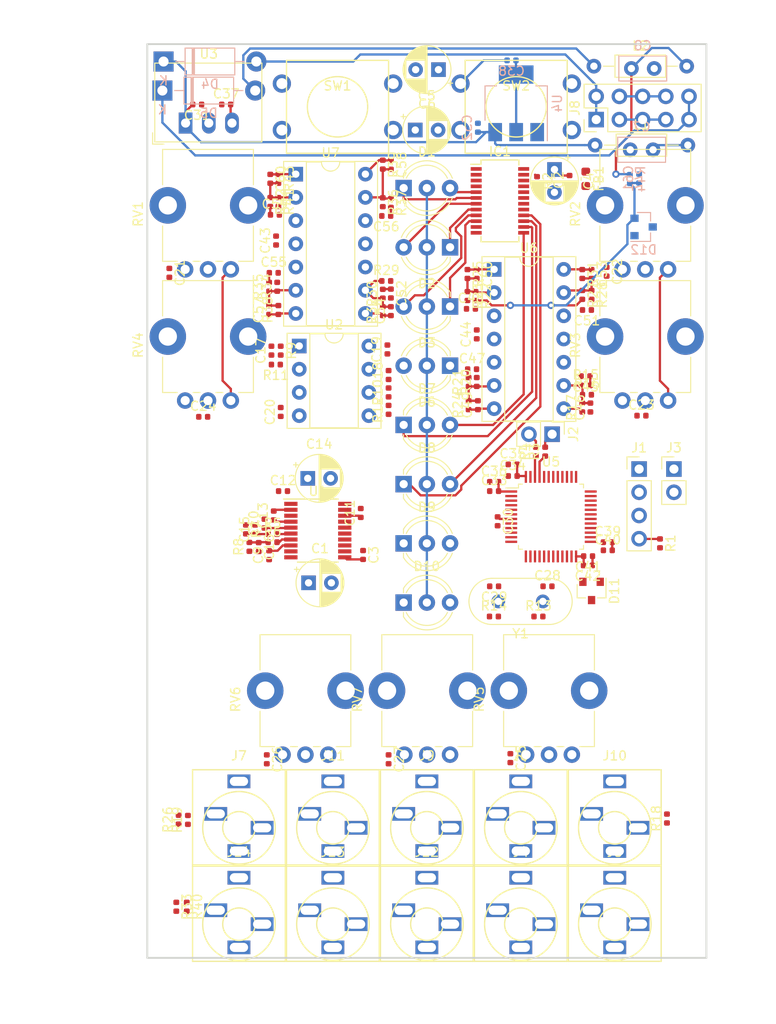
<source format=kicad_pcb>
(kicad_pcb (version 20171130) (host pcbnew "(5.0.2)-1")
  (layers (0 F.Cu signal) (31 B.Cu signal) (34 B.Paste user) (35 F.Paste user) (36 B.SilkS user) (37 F.SilkS user) (38 B.Mask user) (39 F.Mask user) (44 Edge.Cuts user))
  (net 0 "")
  (net 1 GND)
  (net 2 +3V3)
  (net 3 "Net-(C2-Pad2)")
  (net 4 VCC)
  (net 5 AREF_-10)
  (net 6 +3V3_A)
  (net 7 "Net-(C10-Pad1)")
  (net 8 "Net-(C11-Pad1)")
  (net 9 "Net-(C13-Pad2)")
  (net 10 "Net-(C13-Pad1)")
  (net 11 "Net-(C15-Pad1)")
  (net 12 "Net-(C16-Pad1)")
  (net 13 "Net-(C17-Pad1)")
  (net 14 "Net-(C17-Pad2)")
  (net 15 "Net-(C18-Pad2)")
  (net 16 "Net-(C18-Pad1)")
  (net 17 FREQ_POT)
  (net 18 HARMONICS_POT)
  (net 19 MORPH_POT)
  (net 20 TIMBRE_POT)
  (net 21 MORPH_ATT)
  (net 22 TIMBRE_ATT)
  (net 23 FREQ_ATT)
  (net 24 "Net-(C28-Pad1)")
  (net 25 "Net-(C29-Pad1)")
  (net 26 "Net-(C45-Pad1)")
  (net 27 ADC_MORPH)
  (net 28 "Net-(C46-Pad2)")
  (net 29 "Net-(C47-Pad1)")
  (net 30 "Net-(C48-Pad1)")
  (net 31 "Net-(C49-Pad2)")
  (net 32 ADC_MODEL)
  (net 33 ADC_FM)
  (net 34 "Net-(C50-Pad2)")
  (net 35 "Net-(C51-Pad1)")
  (net 36 "Net-(C52-Pad1)")
  (net 37 ADC_HARMONICS)
  (net 38 "Net-(C53-Pad2)")
  (net 39 ADC_TIMBRE)
  (net 40 "Net-(C54-Pad2)")
  (net 41 "Net-(C55-Pad1)")
  (net 42 "Net-(C56-Pad1)")
  (net 43 ADC_V_OCT)
  (net 44 "Net-(C57-Pad2)")
  (net 45 "Net-(C58-Pad2)")
  (net 46 ADC_GATE)
  (net 47 "Net-(C59-Pad1)")
  (net 48 "Net-(C60-Pad2)")
  (net 49 ADC_TRIG)
  (net 50 "Net-(D1-Pad3)")
  (net 51 "Net-(D1-Pad1)")
  (net 52 "Net-(D2-Pad1)")
  (net 53 "Net-(D2-Pad3)")
  (net 54 "Net-(D3-Pad3)")
  (net 55 "Net-(D3-Pad1)")
  (net 56 "Net-(D6-Pad1)")
  (net 57 "Net-(D6-Pad3)")
  (net 58 "Net-(D7-Pad3)")
  (net 59 "Net-(D7-Pad1)")
  (net 60 "Net-(D8-Pad1)")
  (net 61 "Net-(D8-Pad3)")
  (net 62 "Net-(D9-Pad3)")
  (net 63 "Net-(D9-Pad1)")
  (net 64 "Net-(D10-Pad1)")
  (net 65 "Net-(D10-Pad3)")
  (net 66 NORMALIZATION_PROBE)
  (net 67 LEDS_SIN)
  (net 68 LEDS_SCK)
  (net 69 LEDS_SS)
  (net 70 "Net-(IC1-Pad22)")
  (net 71 "Net-(IC1-Pad23)")
  (net 72 SWDIO)
  (net 73 SWCLK)
  (net 74 RESET)
  (net 75 "Net-(J2-Pad2)")
  (net 76 "Net-(J2-Pad1)")
  (net 77 "Net-(J4-PadG)")
  (net 78 "Net-(J4-PadR)")
  (net 79 "Net-(J4-PadT)")
  (net 80 "Net-(J5-PadT)")
  (net 81 "Net-(J5-PadR)")
  (net 82 "Net-(J5-PadG)")
  (net 83 "Net-(J6-PadR)")
  (net 84 "Net-(J6-PadG)")
  (net 85 "Net-(J7-PadG)")
  (net 86 "Net-(J7-PadR)")
  (net 87 12VC)
  (net 88 -12VC)
  (net 89 "Net-(J9-PadR)")
  (net 90 "Net-(J9-PadG)")
  (net 91 "Net-(J10-PadG)")
  (net 92 "Net-(J10-PadR)")
  (net 93 "Net-(J11-PadR)")
  (net 94 "Net-(J11-PadG)")
  (net 95 "Net-(J12-PadG)")
  (net 96 "Net-(J12-PadR)")
  (net 97 "Net-(J13-PadR)")
  (net 98 "Net-(J13-PadG)")
  (net 99 "Net-(J14-PadG)")
  (net 100 "Net-(J14-PadR)")
  (net 101 TX)
  (net 102 RX)
  (net 103 "Net-(R5-Pad2)")
  (net 104 "Net-(R6-Pad2)")
  (net 105 "Net-(R13-Pad1)")
  (net 106 "Net-(R14-Pad1)")
  (net 107 SW_1)
  (net 108 SW_2)
  (net 109 DAC_DIN)
  (net 110 DAC_BCK)
  (net 111 DAC_LRCK)
  (net 112 "Net-(U5-Pad2)")
  (net 113 "Net-(U5-Pad3)")
  (net 114 "Net-(U5-Pad4)")
  (net 115 "Net-(U5-Pad38)")
  (net 116 "Net-(U5-Pad39)")
  (net 117 "Net-(U5-Pad40)")
  (net 118 "Net-(U5-Pad41)")
  (net 119 +3.3VA)
  (net 120 VEE)
  (net 121 12Vto5V)
  (net 122 "Net-(D5-Pad2)")
  (module Inductor_THT:L_Axial_L5.3mm_D2.2mm_P10.16mm_Horizontal_Vishay_IM-1 (layer F.Cu) (at 143.383 84.201)
    (fp_text reference L1 (at 5.08 -2.22) (layer F.SilkS))
    (fp_text value 22uH)
    (pad 1 thru_hole circle (at 0 0) (size 1.6 1.6) (drill 0.8) (layers *.Cu *.Mask) (net 121 12Vto5V))
    (pad 2 thru_hole oval (at 10.16 0) (size 1.6 1.6) (drill 0.8) (layers *.Cu *.Mask) (net 4 VCC))
  )
  (module Capacitor_THT:CP_Radial_D5.0mm_P2.50mm (layer F.Cu) (at 112.014 132.08)
    (fp_text reference C1 (at 1.25 -3.75) (layer F.SilkS))
    (fp_text value 10uF)
    (pad 2 thru_hole circle (at 2.5 0) (size 1.6 1.6) (drill 0.8) (layers *.Cu *.Mask) (net 1 GND))
    (pad 1 thru_hole rect (at 0 0) (size 1.6 1.6) (drill 0.8) (layers *.Cu *.Mask) (net 2 +3V3))
  )
  (module Capacitor_THT:CP_Radial_D5.0mm_P2.50mm (layer F.Cu) (at 123.698 82.55)
    (fp_text reference C5 (at 1.25 -3.75) (layer F.SilkS))
    (fp_text value 10uF)
    (pad 1 thru_hole rect (at 0 0) (size 1.6 1.6) (drill 0.8) (layers *.Cu *.Mask) (net 4 VCC))
    (pad 2 thru_hole circle (at 2.5 0) (size 1.6 1.6) (drill 0.8) (layers *.Cu *.Mask) (net 1 GND))
  )
  (module Capacitor_THT:CP_Radial_D5.0mm_P2.50mm (layer F.Cu) (at 126.238 75.946 180)
    (fp_text reference C6 (at 1.25 -3.75 180) (layer F.SilkS))
    (fp_text value 10uF)
    (pad 2 thru_hole circle (at 2.5 0 180) (size 1.6 1.6) (drill 0.8) (layers *.Cu *.Mask) (net 120 VEE))
    (pad 1 thru_hole rect (at 0 0 180) (size 1.6 1.6) (drill 0.8) (layers *.Cu *.Mask) (net 1 GND))
  )
  (module Capacitor_THT:C_Disc_D5.0mm_W2.5mm_P2.50mm (layer B.Cu) (at 149.733 84.709 180)
    (fp_text reference C7 (at 1.25 2.5 180) (layer B.SilkS) (effects (justify mirror)))
    (fp_text value 100nF)
    (pad 1 thru_hole circle (at 0 0 180) (size 1.6 1.6) (drill 0.8) (layers *.Cu *.Mask) (net 4 VCC))
    (pad 2 thru_hole circle (at 2.5 0 180) (size 1.6 1.6) (drill 0.8) (layers *.Cu *.Mask) (net 1 GND))
  )
  (module Capacitor_THT:C_Disc_D5.0mm_W2.5mm_P2.50mm (layer B.Cu) (at 149.86 75.819 180)
    (fp_text reference C8 (at 1.25 2.5 180) (layer B.SilkS) (effects (justify mirror)))
    (fp_text value 100nF)
    (pad 2 thru_hole circle (at 2.5 0 180) (size 1.6 1.6) (drill 0.8) (layers *.Cu *.Mask) (net 120 VEE))
    (pad 1 thru_hole circle (at 0 0 180) (size 1.6 1.6) (drill 0.8) (layers *.Cu *.Mask) (net 1 GND))
  )
  (module LED_THT:LED_D5.0mm-3 (layer F.Cu) (at 122.428 88.9)
    (fp_text reference D1 (at 2.54 -3.96) (layer F.SilkS))
    (fp_text value SSL-LX3059IGW-CA)
    (pad 3 thru_hole circle (at 5.08 0) (size 1.8 1.8) (drill 0.9) (layers *.Cu *.Mask) (net 50 "Net-(D1-Pad3)"))
    (pad 2 thru_hole circle (at 2.54 0) (size 1.8 1.8) (drill 0.9) (layers *.Cu *.Mask) (net 2 +3V3))
    (pad 1 thru_hole rect (at 0 0) (size 1.8 1.8) (drill 0.9) (layers *.Cu *.Mask) (net 51 "Net-(D1-Pad1)"))
  )
  (module LED_THT:LED_D5.0mm-3 (layer F.Cu) (at 127.508 95.377 180)
    (fp_text reference D2 (at 2.54 -3.96 180) (layer F.SilkS))
    (fp_text value SSL-LX3059IGW-CA)
    (pad 1 thru_hole rect (at 0 0 180) (size 1.8 1.8) (drill 0.9) (layers *.Cu *.Mask) (net 52 "Net-(D2-Pad1)"))
    (pad 2 thru_hole circle (at 2.54 0 180) (size 1.8 1.8) (drill 0.9) (layers *.Cu *.Mask) (net 2 +3V3))
    (pad 3 thru_hole circle (at 5.08 0 180) (size 1.8 1.8) (drill 0.9) (layers *.Cu *.Mask) (net 53 "Net-(D2-Pad3)"))
  )
  (module LED_THT:LED_D5.0mm-3 (layer F.Cu) (at 127.508 101.854 180)
    (fp_text reference D3 (at 2.54 -3.96 180) (layer F.SilkS))
    (fp_text value SSL-LX3059IGW-CA)
    (pad 3 thru_hole circle (at 5.08 0 180) (size 1.8 1.8) (drill 0.9) (layers *.Cu *.Mask) (net 54 "Net-(D3-Pad3)"))
    (pad 2 thru_hole circle (at 2.54 0 180) (size 1.8 1.8) (drill 0.9) (layers *.Cu *.Mask) (net 2 +3V3))
    (pad 1 thru_hole rect (at 0 0 180) (size 1.8 1.8) (drill 0.9) (layers *.Cu *.Mask) (net 55 "Net-(D3-Pad1)"))
  )
  (module LED_THT:LED_D5.0mm-3 (layer F.Cu) (at 127.508 108.331 180)
    (fp_text reference D6 (at 2.54 -3.96 180) (layer F.SilkS))
    (fp_text value SSL-LX3059IGW-CA)
    (pad 1 thru_hole rect (at 0 0 180) (size 1.8 1.8) (drill 0.9) (layers *.Cu *.Mask) (net 56 "Net-(D6-Pad1)"))
    (pad 2 thru_hole circle (at 2.54 0 180) (size 1.8 1.8) (drill 0.9) (layers *.Cu *.Mask) (net 2 +3V3))
    (pad 3 thru_hole circle (at 5.08 0 180) (size 1.8 1.8) (drill 0.9) (layers *.Cu *.Mask) (net 57 "Net-(D6-Pad3)"))
  )
  (module LED_THT:LED_D5.0mm-3 (layer F.Cu) (at 122.428 114.808)
    (fp_text reference D7 (at 2.54 -3.96) (layer F.SilkS))
    (fp_text value SSL-LX3059IGW-CA)
    (pad 3 thru_hole circle (at 5.08 0) (size 1.8 1.8) (drill 0.9) (layers *.Cu *.Mask) (net 58 "Net-(D7-Pad3)"))
    (pad 2 thru_hole circle (at 2.54 0) (size 1.8 1.8) (drill 0.9) (layers *.Cu *.Mask) (net 2 +3V3))
    (pad 1 thru_hole rect (at 0 0) (size 1.8 1.8) (drill 0.9) (layers *.Cu *.Mask) (net 59 "Net-(D7-Pad1)"))
  )
  (module LED_THT:LED_D5.0mm-3 (layer F.Cu) (at 122.428 121.285)
    (fp_text reference D8 (at 2.54 -3.96) (layer F.SilkS))
    (fp_text value SSL-LX3059IGW-CA)
    (pad 1 thru_hole rect (at 0 0) (size 1.8 1.8) (drill 0.9) (layers *.Cu *.Mask) (net 60 "Net-(D8-Pad1)"))
    (pad 2 thru_hole circle (at 2.54 0) (size 1.8 1.8) (drill 0.9) (layers *.Cu *.Mask) (net 2 +3V3))
    (pad 3 thru_hole circle (at 5.08 0) (size 1.8 1.8) (drill 0.9) (layers *.Cu *.Mask) (net 61 "Net-(D8-Pad3)"))
  )
  (module LED_THT:LED_D5.0mm-3 (layer F.Cu) (at 122.428 127.762)
    (fp_text reference D9 (at 2.54 -3.96) (layer F.SilkS))
    (fp_text value SSL-LX3059IGW-CA)
    (pad 3 thru_hole circle (at 5.08 0) (size 1.8 1.8) (drill 0.9) (layers *.Cu *.Mask) (net 62 "Net-(D9-Pad3)"))
    (pad 2 thru_hole circle (at 2.54 0) (size 1.8 1.8) (drill 0.9) (layers *.Cu *.Mask) (net 2 +3V3))
    (pad 1 thru_hole rect (at 0 0) (size 1.8 1.8) (drill 0.9) (layers *.Cu *.Mask) (net 63 "Net-(D9-Pad1)"))
  )
  (module LED_THT:LED_D5.0mm-3 (layer F.Cu) (at 122.428 134.239)
    (fp_text reference D10 (at 2.54 -3.96) (layer F.SilkS))
    (fp_text value SSL-LX3059IGW-CA)
    (pad 1 thru_hole rect (at 0 0) (size 1.8 1.8) (drill 0.9) (layers *.Cu *.Mask) (net 64 "Net-(D10-Pad1)"))
    (pad 2 thru_hole circle (at 2.54 0) (size 1.8 1.8) (drill 0.9) (layers *.Cu *.Mask) (net 2 +3V3))
    (pad 3 thru_hole circle (at 5.08 0) (size 1.8 1.8) (drill 0.9) (layers *.Cu *.Mask) (net 65 "Net-(D10-Pad3)"))
  )
  (module synth:jack_audio (layer F.Cu) (at 135.255 169.418)
    (fp_text reference J4 (at 0 -7.882) (layer F.SilkS))
    (fp_text value AudioJack3_Ground)
    (pad S thru_hole rect (at 0 2.54) (size 2.5 1.5) (drill oval 2 1) (layers *.Cu *.Mask) (net 1 GND))
    (pad G thru_hole rect (at -2.54 -1.524) (size 2.5 1.5) (drill oval 2 1) (layers *.Cu *.Mask) (net 77 "Net-(J4-PadG)"))
    (pad R thru_hole rect (at 2.54 0) (size 2.5 1.5) (drill oval 2 1) (layers *.Cu *.Mask) (net 78 "Net-(J4-PadR)"))
    (pad T thru_hole rect (at 0 -5.08) (size 2.5 1.5) (drill oval 2 1) (layers *.Cu *.Mask) (net 79 "Net-(J4-PadT)"))
  )
  (module synth:jack_audio (layer F.Cu) (at 145.542 169.418)
    (fp_text reference J5 (at 0 -7.882) (layer F.SilkS))
    (fp_text value AudioJack3_Ground)
    (pad T thru_hole rect (at 0 -5.08) (size 2.5 1.5) (drill oval 2 1) (layers *.Cu *.Mask) (net 80 "Net-(J5-PadT)"))
    (pad R thru_hole rect (at 2.54 0) (size 2.5 1.5) (drill oval 2 1) (layers *.Cu *.Mask) (net 81 "Net-(J5-PadR)"))
    (pad G thru_hole rect (at -2.54 -1.524) (size 2.5 1.5) (drill oval 2 1) (layers *.Cu *.Mask) (net 82 "Net-(J5-PadG)"))
    (pad S thru_hole rect (at 0 2.54) (size 2.5 1.5) (drill oval 2 1) (layers *.Cu *.Mask) (net 1 GND))
  )
  (module synth:jack_audio (layer F.Cu) (at 135.255 158.877)
    (fp_text reference J6 (at 0 -7.882) (layer F.SilkS))
    (fp_text value AudioJack3_Ground)
    (pad T thru_hole rect (at 0 -5.08) (size 2.5 1.5) (drill oval 2 1) (layers *.Cu *.Mask) (net 26 "Net-(C45-Pad1)"))
    (pad R thru_hole rect (at 2.54 0) (size 2.5 1.5) (drill oval 2 1) (layers *.Cu *.Mask) (net 83 "Net-(J6-PadR)"))
    (pad G thru_hole rect (at -2.54 -1.524) (size 2.5 1.5) (drill oval 2 1) (layers *.Cu *.Mask) (net 84 "Net-(J6-PadG)"))
    (pad S thru_hole rect (at 0 2.54) (size 2.5 1.5) (drill oval 2 1) (layers *.Cu *.Mask) (net 1 GND))
  )
  (module synth:jack_audio (layer F.Cu) (at 104.394 158.877)
    (fp_text reference J7 (at 0 -7.882) (layer F.SilkS))
    (fp_text value AudioJack3_Ground)
    (pad S thru_hole rect (at 0 2.54) (size 2.5 1.5) (drill oval 2 1) (layers *.Cu *.Mask) (net 1 GND))
    (pad G thru_hole rect (at -2.54 -1.524) (size 2.5 1.5) (drill oval 2 1) (layers *.Cu *.Mask) (net 85 "Net-(J7-PadG)"))
    (pad R thru_hole rect (at 2.54 0) (size 2.5 1.5) (drill oval 2 1) (layers *.Cu *.Mask) (net 86 "Net-(J7-PadR)"))
    (pad T thru_hole rect (at 0 -5.08) (size 2.5 1.5) (drill oval 2 1) (layers *.Cu *.Mask) (net 29 "Net-(C47-Pad1)"))
  )
  (module Connector_PinHeader_2.54mm:PinHeader_2x05_P2.54mm_Vertical (layer F.Cu) (at 143.51 81.407 90)
    (fp_text reference J8 (at 1.27 -2.33 90) (layer F.SilkS))
    (fp_text value Conn_02x05_Odd_Even)
    (pad 1 thru_hole rect (at 0 0 90) (size 1.7 1.7) (drill 1) (layers *.Cu *.Mask) (net 87 12VC))
    (pad 2 thru_hole oval (at 2.54 0 90) (size 1.7 1.7) (drill 1) (layers *.Cu *.Mask) (net 87 12VC))
    (pad 3 thru_hole oval (at 0 2.54 90) (size 1.7 1.7) (drill 1) (layers *.Cu *.Mask) (net 1 GND))
    (pad 4 thru_hole oval (at 2.54 2.54 90) (size 1.7 1.7) (drill 1) (layers *.Cu *.Mask) (net 1 GND))
    (pad 5 thru_hole oval (at 0 5.08 90) (size 1.7 1.7) (drill 1) (layers *.Cu *.Mask) (net 1 GND))
    (pad 6 thru_hole oval (at 2.54 5.08 90) (size 1.7 1.7) (drill 1) (layers *.Cu *.Mask) (net 1 GND))
    (pad 7 thru_hole oval (at 0 7.62 90) (size 1.7 1.7) (drill 1) (layers *.Cu *.Mask) (net 1 GND))
    (pad 8 thru_hole oval (at 2.54 7.62 90) (size 1.7 1.7) (drill 1) (layers *.Cu *.Mask) (net 1 GND))
    (pad 9 thru_hole oval (at 0 10.16 90) (size 1.7 1.7) (drill 1) (layers *.Cu *.Mask) (net 88 -12VC))
    (pad 10 thru_hole oval (at 2.54 10.16 90) (size 1.7 1.7) (drill 1) (layers *.Cu *.Mask) (net 88 -12VC))
  )
  (module synth:jack_audio (layer F.Cu) (at 124.968 158.877)
    (fp_text reference J9 (at 0 -7.882) (layer F.SilkS))
    (fp_text value AudioJack3_Ground)
    (pad T thru_hole rect (at 0 -5.08) (size 2.5 1.5) (drill oval 2 1) (layers *.Cu *.Mask) (net 30 "Net-(C48-Pad1)"))
    (pad R thru_hole rect (at 2.54 0) (size 2.5 1.5) (drill oval 2 1) (layers *.Cu *.Mask) (net 89 "Net-(J9-PadR)"))
    (pad G thru_hole rect (at -2.54 -1.524) (size 2.5 1.5) (drill oval 2 1) (layers *.Cu *.Mask) (net 90 "Net-(J9-PadG)"))
    (pad S thru_hole rect (at 0 2.54) (size 2.5 1.5) (drill oval 2 1) (layers *.Cu *.Mask) (net 1 GND))
  )
  (module synth:jack_audio (layer F.Cu) (at 145.542 158.877)
    (fp_text reference J10 (at 0 -7.882) (layer F.SilkS))
    (fp_text value AudioJack3_Ground)
    (pad S thru_hole rect (at 0 2.54) (size 2.5 1.5) (drill oval 2 1) (layers *.Cu *.Mask) (net 1 GND))
    (pad G thru_hole rect (at -2.54 -1.524) (size 2.5 1.5) (drill oval 2 1) (layers *.Cu *.Mask) (net 91 "Net-(J10-PadG)"))
    (pad R thru_hole rect (at 2.54 0) (size 2.5 1.5) (drill oval 2 1) (layers *.Cu *.Mask) (net 92 "Net-(J10-PadR)"))
    (pad T thru_hole rect (at 0 -5.08) (size 2.5 1.5) (drill oval 2 1) (layers *.Cu *.Mask) (net 35 "Net-(C51-Pad1)"))
  )
  (module synth:jack_audio (layer F.Cu) (at 114.681 158.877)
    (fp_text reference J11 (at 0 -7.882) (layer F.SilkS))
    (fp_text value AudioJack3_Ground)
    (pad T thru_hole rect (at 0 -5.08) (size 2.5 1.5) (drill oval 2 1) (layers *.Cu *.Mask) (net 36 "Net-(C52-Pad1)"))
    (pad R thru_hole rect (at 2.54 0) (size 2.5 1.5) (drill oval 2 1) (layers *.Cu *.Mask) (net 93 "Net-(J11-PadR)"))
    (pad G thru_hole rect (at -2.54 -1.524) (size 2.5 1.5) (drill oval 2 1) (layers *.Cu *.Mask) (net 94 "Net-(J11-PadG)"))
    (pad S thru_hole rect (at 0 2.54) (size 2.5 1.5) (drill oval 2 1) (layers *.Cu *.Mask) (net 1 GND))
  )
  (module synth:jack_audio (layer F.Cu) (at 124.968 169.418)
    (fp_text reference J12 (at 0 -7.882) (layer F.SilkS))
    (fp_text value AudioJack3_Ground)
    (pad S thru_hole rect (at 0 2.54) (size 2.5 1.5) (drill oval 2 1) (layers *.Cu *.Mask) (net 1 GND))
    (pad G thru_hole rect (at -2.54 -1.524) (size 2.5 1.5) (drill oval 2 1) (layers *.Cu *.Mask) (net 95 "Net-(J12-PadG)"))
    (pad R thru_hole rect (at 2.54 0) (size 2.5 1.5) (drill oval 2 1) (layers *.Cu *.Mask) (net 96 "Net-(J12-PadR)"))
    (pad T thru_hole rect (at 0 -5.08) (size 2.5 1.5) (drill oval 2 1) (layers *.Cu *.Mask) (net 41 "Net-(C55-Pad1)"))
  )
  (module synth:jack_audio (layer F.Cu) (at 114.681 169.418)
    (fp_text reference J13 (at 0 -7.882) (layer F.SilkS))
    (fp_text value AudioJack3_Ground)
    (pad T thru_hole rect (at 0 -5.08) (size 2.5 1.5) (drill oval 2 1) (layers *.Cu *.Mask) (net 42 "Net-(C56-Pad1)"))
    (pad R thru_hole rect (at 2.54 0) (size 2.5 1.5) (drill oval 2 1) (layers *.Cu *.Mask) (net 97 "Net-(J13-PadR)"))
    (pad G thru_hole rect (at -2.54 -1.524) (size 2.5 1.5) (drill oval 2 1) (layers *.Cu *.Mask) (net 98 "Net-(J13-PadG)"))
    (pad S thru_hole rect (at 0 2.54) (size 2.5 1.5) (drill oval 2 1) (layers *.Cu *.Mask) (net 1 GND))
  )
  (module synth:jack_audio (layer F.Cu) (at 104.394 169.418)
    (fp_text reference J14 (at 0 -7.882) (layer F.SilkS))
    (fp_text value AudioJack3_Ground)
    (pad S thru_hole rect (at 0 2.54) (size 2.5 1.5) (drill oval 2 1) (layers *.Cu *.Mask) (net 1 GND))
    (pad G thru_hole rect (at -2.54 -1.524) (size 2.5 1.5) (drill oval 2 1) (layers *.Cu *.Mask) (net 99 "Net-(J14-PadG)"))
    (pad R thru_hole rect (at 2.54 0) (size 2.5 1.5) (drill oval 2 1) (layers *.Cu *.Mask) (net 100 "Net-(J14-PadR)"))
    (pad T thru_hole rect (at 0 -5.08) (size 2.5 1.5) (drill oval 2 1) (layers *.Cu *.Mask) (net 47 "Net-(C59-Pad1)"))
  )
  (module synth:PUSH_BUTTON (layer F.Cu) (at 115.189 80.01)
    (fp_text reference SW1 (at 0 -2.294) (layer F.SilkS))
    (fp_text value SW_Push_Dual)
    (pad 1 thru_hole circle (at -6.096 -2.54) (size 2 2) (drill 1.2) (layers *.Cu *.Mask) (net 1 GND))
    (pad 2 thru_hole circle (at 6.096 -2.54) (size 2 2) (drill 1.2) (layers *.Cu *.Mask) (net 107 SW_1))
    (pad 3 thru_hole circle (at -6.096 2.54) (size 2 2) (drill 1.2) (layers *.Cu *.Mask) (net 1 GND))
    (pad 4 thru_hole circle (at 6.096 2.54) (size 2 2) (drill 1.2) (layers *.Cu *.Mask) (net 107 SW_1))
  )
  (module synth:PUSH_BUTTON (layer F.Cu) (at 134.747 80.01)
    (fp_text reference SW2 (at 0 -2.294) (layer F.SilkS))
    (fp_text value SW_Push_Dual)
    (pad 4 thru_hole circle (at 6.096 2.54) (size 2 2) (drill 1.2) (layers *.Cu *.Mask) (net 108 SW_2))
    (pad 3 thru_hole circle (at -6.096 2.54) (size 2 2) (drill 1.2) (layers *.Cu *.Mask) (net 1 GND))
    (pad 2 thru_hole circle (at 6.096 -2.54) (size 2 2) (drill 1.2) (layers *.Cu *.Mask) (net 108 SW_2))
    (pad 1 thru_hole circle (at -6.096 -2.54) (size 2 2) (drill 1.2) (layers *.Cu *.Mask) (net 1 GND))
  )
  (module Capacitor_SMD:C_0402_1005Metric (layer F.Cu) (at 140.589 88.011 90)
    (fp_text reference C2 (at 0 -1.17 90) (layer F.SilkS))
    (fp_text value 100nF)
    (pad 1 smd roundrect (at -0.485 0 90) (size 0.59 0.64) (layers F.Cu F.Paste F.Mask) (net 1 GND))
    (pad 2 smd roundrect (at 0.485 0 90) (size 0.59 0.64) (layers F.Cu F.Paste F.Mask) (net 3 "Net-(C2-Pad2)"))
  )
  (module Capacitor_SMD:C_0402_1005Metric (layer F.Cu) (at 117.983 129.032 270)
    (fp_text reference C3 (at 0 -1.17 270) (layer F.SilkS))
    (fp_text value 100nF)
    (pad 2 smd roundrect (at 0.485 0 270) (size 0.59 0.64) (layers F.Cu F.Paste F.Mask) (net 2 +3V3))
    (pad 1 smd roundrect (at -0.485 0 270) (size 0.59 0.64) (layers F.Cu F.Paste F.Mask) (net 1 GND))
  )
  (module Capacitor_SMD:C_0402_1005Metric (layer F.Cu) (at 107.696 129.055 90)
    (fp_text reference C9 (at 0 -1.17 90) (layer F.SilkS))
    (fp_text value 100nF)
    (pad 1 smd roundrect (at -0.485 0 90) (size 0.59 0.64) (layers F.Cu F.Paste F.Mask) (net 1 GND))
    (pad 2 smd roundrect (at 0.485 0 90) (size 0.59 0.64) (layers F.Cu F.Paste F.Mask) (net 119 +3.3VA))
  )
  (module Capacitor_SMD:C_0402_1005Metric (layer F.Cu) (at 107.188 125.603 90)
    (fp_text reference C10 (at 0 -1.17 90) (layer F.SilkS))
    (fp_text value 2.2uF)
    (pad 2 smd roundrect (at 0.485 0 90) (size 0.59 0.64) (layers F.Cu F.Paste F.Mask) (net 1 GND))
    (pad 1 smd roundrect (at -0.485 0 90) (size 0.59 0.64) (layers F.Cu F.Paste F.Mask) (net 7 "Net-(C10-Pad1)"))
  )
  (module Capacitor_SMD:C_0402_1005Metric (layer F.Cu) (at 117.729 124.437 90)
    (fp_text reference C11 (at 0 -1.17 90) (layer F.SilkS))
    (fp_text value 100nF)
    (pad 1 smd roundrect (at -0.485 0 90) (size 0.59 0.64) (layers F.Cu F.Paste F.Mask) (net 8 "Net-(C11-Pad1)"))
    (pad 2 smd roundrect (at 0.485 0 90) (size 0.59 0.64) (layers F.Cu F.Paste F.Mask) (net 1 GND))
  )
  (module Capacitor_SMD:C_0402_1005Metric (layer F.Cu) (at 109.22 122.047)
    (fp_text reference C12 (at 0 -1.17) (layer F.SilkS))
    (fp_text value 100nF)
    (pad 2 smd roundrect (at 0.485 0) (size 0.59 0.64) (layers F.Cu F.Paste F.Mask) (net 119 +3.3VA))
    (pad 1 smd roundrect (at -0.485 0) (size 0.59 0.64) (layers F.Cu F.Paste F.Mask) (net 1 GND))
  )
  (module Capacitor_SMD:C_0402_1005Metric (layer F.Cu) (at 107.95 106.68 90)
    (fp_text reference C17 (at 0 -1.17 90) (layer F.SilkS))
    (fp_text value 100pF)
    (pad 2 smd roundrect (at 0.485 0 90) (size 0.59 0.64) (layers F.Cu F.Paste F.Mask) (net 14 "Net-(C17-Pad2)"))
    (pad 1 smd roundrect (at -0.485 0 90) (size 0.59 0.64) (layers F.Cu F.Paste F.Mask) (net 13 "Net-(C17-Pad1)"))
  )
  (module Capacitor_SMD:C_0402_1005Metric (layer F.Cu) (at 120.777 109.347 90)
    (fp_text reference C18 (at 0 -1.17 90) (layer F.SilkS))
    (fp_text value 100pF)
    (pad 2 smd roundrect (at 0.485 0 90) (size 0.59 0.64) (layers F.Cu F.Paste F.Mask) (net 15 "Net-(C18-Pad2)"))
    (pad 1 smd roundrect (at -0.485 0 90) (size 0.59 0.64) (layers F.Cu F.Paste F.Mask) (net 16 "Net-(C18-Pad1)"))
  )
  (module Capacitor_SMD:C_0402_1005Metric (layer F.Cu) (at 108.966 113.388 90)
    (fp_text reference C20 (at 0 -1.17 90) (layer F.SilkS))
    (fp_text value 100nF)
    (pad 1 smd roundrect (at -0.485 0 90) (size 0.59 0.64) (layers F.Cu F.Paste F.Mask) (net 120 VEE))
    (pad 2 smd roundrect (at 0.485 0 90) (size 0.59 0.64) (layers F.Cu F.Paste F.Mask) (net 1 GND))
  )
  (module Capacitor_SMD:C_0402_1005Metric (layer F.Cu) (at 96.774 98.171 270)
    (fp_text reference C21 (at 0 -1.17 270) (layer F.SilkS))
    (fp_text value 100nF)
    (pad 2 smd roundrect (at 0.485 0 270) (size 0.59 0.64) (layers F.Cu F.Paste F.Mask) (net 17 FREQ_POT))
    (pad 1 smd roundrect (at -0.485 0 270) (size 0.59 0.64) (layers F.Cu F.Paste F.Mask) (net 1 GND))
  )
  (module Capacitor_SMD:C_0402_1005Metric (layer F.Cu) (at 144.653 98.044 270)
    (fp_text reference C22 (at 0 -1.17 270) (layer F.SilkS))
    (fp_text value 100nF)
    (pad 1 smd roundrect (at -0.485 0 270) (size 0.59 0.64) (layers F.Cu F.Paste F.Mask) (net 1 GND))
    (pad 2 smd roundrect (at 0.485 0 270) (size 0.59 0.64) (layers F.Cu F.Paste F.Mask) (net 18 HARMONICS_POT))
  )
  (module Capacitor_SMD:C_0402_1005Metric (layer F.Cu) (at 148.463 113.792)
    (fp_text reference C23 (at 0 -1.17) (layer F.SilkS))
    (fp_text value 100nF)
    (pad 2 smd roundrect (at 0.485 0) (size 0.59 0.64) (layers F.Cu F.Paste F.Mask) (net 19 MORPH_POT))
    (pad 1 smd roundrect (at -0.485 0) (size 0.59 0.64) (layers F.Cu F.Paste F.Mask) (net 1 GND))
  )
  (module Capacitor_SMD:C_0402_1005Metric (layer F.Cu) (at 100.48 113.919)
    (fp_text reference C24 (at 0 -1.17) (layer F.SilkS))
    (fp_text value 100nF)
    (pad 1 smd roundrect (at -0.485 0) (size 0.59 0.64) (layers F.Cu F.Paste F.Mask) (net 1 GND))
    (pad 2 smd roundrect (at 0.485 0) (size 0.59 0.64) (layers F.Cu F.Paste F.Mask) (net 20 TIMBRE_POT))
  )
  (module Capacitor_SMD:C_0402_1005Metric (layer F.Cu) (at 134.112 151.257 270)
    (fp_text reference C25 (at 0 -1.17 270) (layer F.SilkS))
    (fp_text value 100nF)
    (pad 1 smd roundrect (at -0.485 0 270) (size 0.59 0.64) (layers F.Cu F.Paste F.Mask) (net 1 GND))
    (pad 2 smd roundrect (at 0.485 0 270) (size 0.59 0.64) (layers F.Cu F.Paste F.Mask) (net 21 MORPH_ATT))
  )
  (module Capacitor_SMD:C_0402_1005Metric (layer F.Cu) (at 107.442 151.384 270)
    (fp_text reference C26 (at 0 -1.17 270) (layer F.SilkS))
    (fp_text value 100nF)
    (pad 2 smd roundrect (at 0.485 0 270) (size 0.59 0.64) (layers F.Cu F.Paste F.Mask) (net 22 TIMBRE_ATT))
    (pad 1 smd roundrect (at -0.485 0 270) (size 0.59 0.64) (layers F.Cu F.Paste F.Mask) (net 1 GND))
  )
  (module Capacitor_SMD:C_0402_1005Metric (layer F.Cu) (at 132.715 125.349 270)
    (fp_text reference C30 (at 0 -1.17 270) (layer F.SilkS))
    (fp_text value 100nF)
    (pad 2 smd roundrect (at 0.485 0 270) (size 0.59 0.64) (layers F.Cu F.Paste F.Mask) (net 1 GND))
    (pad 1 smd roundrect (at -0.485 0 270) (size 0.59 0.64) (layers F.Cu F.Paste F.Mask) (net 74 RESET))
  )
  (module Capacitor_SMD:C_0402_1005Metric (layer F.Cu) (at 134.366 119.126)
    (fp_text reference C35 (at 0 -1.17) (layer F.SilkS))
    (fp_text value 100nF)
    (pad 1 smd roundrect (at -0.485 0) (size 0.59 0.64) (layers F.Cu F.Paste F.Mask) (net 1 GND))
    (pad 2 smd roundrect (at 0.485 0) (size 0.59 0.64) (layers F.Cu F.Paste F.Mask) (net 2 +3V3))
  )
  (module Capacitor_SMD:C_0402_1005Metric (layer F.Cu) (at 132.334 121.031)
    (fp_text reference C36 (at 0 -1.17) (layer F.SilkS))
    (fp_text value 100nF)
    (pad 2 smd roundrect (at 0.485 0) (size 0.59 0.64) (layers F.Cu F.Paste F.Mask) (net 2 +3V3))
    (pad 1 smd roundrect (at -0.485 0) (size 0.59 0.64) (layers F.Cu F.Paste F.Mask) (net 1 GND))
  )
  (module Capacitor_SMD:C_0402_1005Metric (layer F.Cu) (at 102.997 79.756)
    (fp_text reference C37 (at 0 -1.17) (layer F.SilkS))
    (fp_text value 10uF)
    (pad 1 smd roundrect (at -0.485 0) (size 0.59 0.64) (layers F.Cu F.Paste F.Mask) (net 1 GND))
    (pad 2 smd roundrect (at 0.485 0) (size 0.59 0.64) (layers F.Cu F.Paste F.Mask) (net 2 +3V3))
  )
  (module Capacitor_SMD:C_0402_1005Metric (layer B.Cu) (at 134.239 74.93)
    (fp_text reference C38 (at 0 1.17) (layer B.SilkS) (effects (justify mirror)))
    (fp_text value 10uF)
    (pad 2 smd roundrect (at 0.485 0) (size 0.59 0.64) (layers B.Cu B.Paste B.Mask) (net 119 +3.3VA))
    (pad 1 smd roundrect (at -0.485 0) (size 0.59 0.64) (layers B.Cu B.Paste B.Mask) (net 1 GND))
  )
  (module Capacitor_SMD:C_0402_1005Metric (layer F.Cu) (at 144.78 127.635)
    (fp_text reference C39 (at 0 -1.17) (layer F.SilkS))
    (fp_text value 1uF)
    (pad 1 smd roundrect (at -0.485 0) (size 0.59 0.64) (layers F.Cu F.Paste F.Mask) (net 119 +3.3VA))
    (pad 2 smd roundrect (at 0.485 0) (size 0.59 0.64) (layers F.Cu F.Paste F.Mask) (net 1 GND))
  )
  (module Capacitor_SMD:C_0402_1005Metric (layer F.Cu) (at 144.78 128.524)
    (fp_text reference C40 (at 0 -1.17) (layer F.SilkS))
    (fp_text value 100nF)
    (pad 1 smd roundrect (at -0.485 0) (size 0.59 0.64) (layers F.Cu F.Paste F.Mask) (net 119 +3.3VA))
    (pad 2 smd roundrect (at 0.485 0) (size 0.59 0.64) (layers F.Cu F.Paste F.Mask) (net 1 GND))
  )
  (module Capacitor_SMD:C_0402_1005Metric (layer F.Cu) (at 142.621 129.159 180)
    (fp_text reference C41 (at 0 -1.17 180) (layer F.SilkS))
    (fp_text value 1uF)
    (pad 1 smd roundrect (at -0.485 0 180) (size 0.59 0.64) (layers F.Cu F.Paste F.Mask) (net 1 GND))
    (pad 2 smd roundrect (at 0.485 0 180) (size 0.59 0.64) (layers F.Cu F.Paste F.Mask) (net 119 +3.3VA))
  )
  (module Capacitor_SMD:C_0402_1005Metric (layer F.Cu) (at 142.598 130.175 180)
    (fp_text reference C42 (at 0 -1.17 180) (layer F.SilkS))
    (fp_text value 100nF)
    (pad 2 smd roundrect (at 0.485 0 180) (size 0.59 0.64) (layers F.Cu F.Paste F.Mask) (net 119 +3.3VA))
    (pad 1 smd roundrect (at -0.485 0 180) (size 0.59 0.64) (layers F.Cu F.Paste F.Mask) (net 1 GND))
  )
  (module Inductor_SMD:L_0603_1608Metric (layer F.Cu) (at 142.367 87.884 270)
    (fp_text reference FB1 (at 0 -1.43 270) (layer F.SilkS))
    (fp_text value WE-CBF_0603)
    (pad 1 smd roundrect (at -0.7875 0 270) (size 0.875 0.95) (layers F.Cu F.Paste F.Mask) (net 3 "Net-(C2-Pad2)"))
    (pad 2 smd roundrect (at 0.7875 0 270) (size 0.875 0.95) (layers F.Cu F.Paste F.Mask) (net 2 +3V3))
  )
  (module Resistor_SMD:R_0402_1005Metric (layer F.Cu) (at 108.077 126.746)
    (fp_text reference R5 (at 0 -1.17) (layer F.SilkS))
    (fp_text value 2.2k)
    (pad 1 smd roundrect (at -0.485 0) (size 0.59 0.64) (layers F.Cu F.Paste F.Mask) (net 11 "Net-(C15-Pad1)"))
    (pad 2 smd roundrect (at 0.485 0) (size 0.59 0.64) (layers F.Cu F.Paste F.Mask) (net 103 "Net-(R5-Pad2)"))
  )
  (module Resistor_SMD:R_0402_1005Metric (layer F.Cu) (at 108.077 127.635)
    (fp_text reference R6 (at 0 -1.17) (layer F.SilkS))
    (fp_text value 2.2k)
    (pad 2 smd roundrect (at 0.485 0) (size 0.59 0.64) (layers F.Cu F.Paste F.Mask) (net 104 "Net-(R6-Pad2)"))
    (pad 1 smd roundrect (at -0.485 0) (size 0.59 0.64) (layers F.Cu F.Paste F.Mask) (net 12 "Net-(C16-Pad1)"))
  )
  (module Resistor_SMD:R_0402_1005Metric (layer F.Cu) (at 105.156 126.238 270)
    (fp_text reference R7 (at 0 -1.17 270) (layer F.SilkS))
    (fp_text value 10k)
    (pad 1 smd roundrect (at -0.485 0 270) (size 0.59 0.64) (layers F.Cu F.Paste F.Mask) (net 13 "Net-(C17-Pad1)"))
    (pad 2 smd roundrect (at 0.485 0 270) (size 0.59 0.64) (layers F.Cu F.Paste F.Mask) (net 11 "Net-(C15-Pad1)"))
  )
  (module Resistor_SMD:R_0402_1005Metric (layer F.Cu) (at 137.183 135.763)
    (fp_text reference R13 (at 0 -1.17) (layer F.SilkS))
    (fp_text value 100)
    (pad 2 smd roundrect (at 0.485 0) (size 0.59 0.64) (layers F.Cu F.Paste F.Mask) (net 24 "Net-(C28-Pad1)"))
    (pad 1 smd roundrect (at -0.485 0) (size 0.59 0.64) (layers F.Cu F.Paste F.Mask) (net 105 "Net-(R13-Pad1)"))
  )
  (module Potentiometer_THT:Potentiometer_Bourns_PTV09A-1_Single_Vertical (layer F.Cu) (at 151.384 97.79 90)
    (fp_text reference RV2 (at 6.05 -10.15 90) (layer F.SilkS))
    (fp_text value 10k)
    (pad 3 thru_hole circle (at 0 -5 90) (size 1.8 1.8) (drill 1) (layers *.Cu *.Mask) (net 1 GND))
    (pad 2 thru_hole circle (at 0 -2.5 90) (size 1.8 1.8) (drill 1) (layers *.Cu *.Mask) (net 18 HARMONICS_POT))
    (pad 1 thru_hole circle (at 0 0 90) (size 1.8 1.8) (drill 1) (layers *.Cu *.Mask) (net 119 +3.3VA))
    (pad "" np_thru_hole circle (at 7 -6.9 90) (size 4 4) (drill 2) (layers *.Cu *.Mask))
    (pad "" np_thru_hole circle (at 7 1.9 90) (size 4 4) (drill 2) (layers *.Cu *.Mask))
  )
  (module Capacitor_SMD:C_0402_1005Metric (layer F.Cu) (at 108.458 94.638 90)
    (fp_text reference C43 (at 0 -1.17 90) (layer F.SilkS))
    (fp_text value 100nF)
    (pad 2 smd roundrect (at 0.485 0 90) (size 0.59 0.64) (layers F.Cu F.Paste F.Mask) (net 1 GND))
    (pad 1 smd roundrect (at -0.485 0 90) (size 0.59 0.64) (layers F.Cu F.Paste F.Mask) (net 119 +3.3VA))
  )
  (module Capacitor_SMD:C_0402_1005Metric (layer F.Cu) (at 130.429 104.902 90)
    (fp_text reference C44 (at 0 -1.17 90) (layer F.SilkS))
    (fp_text value 100nF)
    (pad 1 smd roundrect (at -0.485 0 90) (size 0.59 0.64) (layers F.Cu F.Paste F.Mask) (net 119 +3.3VA))
    (pad 2 smd roundrect (at 0.485 0 90) (size 0.59 0.64) (layers F.Cu F.Paste F.Mask) (net 1 GND))
  )
  (module Capacitor_SMD:C_0402_1005Metric (layer F.Cu) (at 142.344 109.474 180)
    (fp_text reference C45 (at 0 -1.17 180) (layer F.SilkS))
    (fp_text value ESD)
    (pad 2 smd roundrect (at 0.485 0 180) (size 0.59 0.64) (layers F.Cu F.Paste F.Mask) (net 1 GND))
    (pad 1 smd roundrect (at -0.485 0 180) (size 0.59 0.64) (layers F.Cu F.Paste F.Mask) (net 26 "Net-(C45-Pad1)"))
  )
  (module Capacitor_SMD:C_0402_1005Metric (layer F.Cu) (at 142.875 112.903 90)
    (fp_text reference C46 (at 0 -1.17 90) (layer F.SilkS))
    (fp_text value 1nF)
    (pad 1 smd roundrect (at -0.485 0 90) (size 0.59 0.64) (layers F.Cu F.Paste F.Mask) (net 27 ADC_MORPH))
    (pad 2 smd roundrect (at 0.485 0 90) (size 0.59 0.64) (layers F.Cu F.Paste F.Mask) (net 28 "Net-(C46-Pad2)"))
  )
  (module Capacitor_SMD:C_0402_1005Metric (layer F.Cu) (at 129.921 108.712)
    (fp_text reference C47 (at 0 -1.17) (layer F.SilkS))
    (fp_text value ESD)
    (pad 2 smd roundrect (at 0.485 0) (size 0.59 0.64) (layers F.Cu F.Paste F.Mask) (net 1 GND))
    (pad 1 smd roundrect (at -0.485 0) (size 0.59 0.64) (layers F.Cu F.Paste F.Mask) (net 29 "Net-(C47-Pad1)"))
  )
  (module Capacitor_SMD:C_0402_1005Metric (layer F.Cu) (at 129.794 102.108)
    (fp_text reference C48 (at 0 -1.17) (layer F.SilkS))
    (fp_text value ESD)
    (pad 1 smd roundrect (at -0.485 0) (size 0.59 0.64) (layers F.Cu F.Paste F.Mask) (net 30 "Net-(C48-Pad1)"))
    (pad 2 smd roundrect (at 0.485 0) (size 0.59 0.64) (layers F.Cu F.Paste F.Mask) (net 1 GND))
  )
  (module Capacitor_SMD:C_0402_1005Metric (layer F.Cu) (at 108.331 91.821)
    (fp_text reference C59 (at 0 -1.17) (layer F.SilkS))
    (fp_text value ESD)
    (pad 1 smd roundrect (at -0.485 0) (size 0.59 0.64) (layers F.Cu F.Paste F.Mask) (net 47 "Net-(C59-Pad1)"))
    (pad 2 smd roundrect (at 0.485 0) (size 0.59 0.64) (layers F.Cu F.Paste F.Mask) (net 1 GND))
  )
  (module Capacitor_SMD:C_0402_1005Metric (layer F.Cu) (at 107.823 87.884 270)
    (fp_text reference C60 (at 0 -1.17 270) (layer F.SilkS))
    (fp_text value 100pF)
    (pad 2 smd roundrect (at 0.485 0 270) (size 0.59 0.64) (layers F.Cu F.Paste F.Mask) (net 48 "Net-(C60-Pad2)"))
    (pad 1 smd roundrect (at -0.485 0 270) (size 0.59 0.64) (layers F.Cu F.Paste F.Mask) (net 49 ADC_TRIG))
  )
  (module Resistor_SMD:R_0402_1005Metric (layer F.Cu) (at 142.367 110.49)
    (fp_text reference R15 (at 0 -1.17) (layer F.SilkS))
    (fp_text value 100k)
    (pad 2 smd roundrect (at 0.485 0) (size 0.59 0.64) (layers F.Cu F.Paste F.Mask) (net 26 "Net-(C45-Pad1)"))
    (pad 1 smd roundrect (at -0.485 0) (size 0.59 0.64) (layers F.Cu F.Paste F.Mask) (net 28 "Net-(C46-Pad2)"))
  )
  (module Resistor_SMD:R_0402_1005Metric (layer F.Cu) (at 142.494 111.506)
    (fp_text reference R16 (at 0 -1.17) (layer F.SilkS))
    (fp_text value 120k)
    (pad 1 smd roundrect (at -0.485 0) (size 0.59 0.64) (layers F.Cu F.Paste F.Mask) (net 28 "Net-(C46-Pad2)"))
    (pad 2 smd roundrect (at 0.485 0) (size 0.59 0.64) (layers F.Cu F.Paste F.Mask) (net 5 AREF_-10))
  )
  (module Resistor_SMD:R_0402_1005Metric (layer F.Cu) (at 141.986 112.903 90)
    (fp_text reference R17 (at 0 -1.17 90) (layer F.SilkS))
    (fp_text value 20k)
    (pad 1 smd roundrect (at -0.485 0 90) (size 0.59 0.64) (layers F.Cu F.Paste F.Mask) (net 27 ADC_MORPH))
    (pad 2 smd roundrect (at 0.485 0 90) (size 0.59 0.64) (layers F.Cu F.Paste F.Mask) (net 28 "Net-(C46-Pad2)"))
  )
  (module Resistor_SMD:R_0402_1005Metric (layer F.Cu) (at 151.257 157.861 90)
    (fp_text reference R18 (at 0 -1.17 90) (layer F.SilkS))
    (fp_text value 10k)
    (pad 1 smd roundrect (at -0.485 0 90) (size 0.59 0.64) (layers F.Cu F.Paste F.Mask) (net 66 NORMALIZATION_PROBE))
    (pad 2 smd roundrect (at 0.485 0 90) (size 0.59 0.64) (layers F.Cu F.Paste F.Mask) (net 84 "Net-(J6-PadG)"))
  )
  (module Resistor_SMD:R_0402_1005Metric (layer F.Cu) (at 98.806 158.011 90)
    (fp_text reference R19 (at 0 -1.17 90) (layer F.SilkS))
    (fp_text value 10k)
    (pad 1 smd roundrect (at -0.485 0 90) (size 0.59 0.64) (layers F.Cu F.Paste F.Mask) (net 66 NORMALIZATION_PROBE))
    (pad 2 smd roundrect (at 0.485 0 90) (size 0.59 0.64) (layers F.Cu F.Paste F.Mask) (net 90 "Net-(J9-PadG)"))
  )
  (module Resistor_SMD:R_0402_1005Metric (layer F.Cu) (at 130.429 110.109 90)
    (fp_text reference R20 (at 0 -1.17 90) (layer F.SilkS))
    (fp_text value 200k)
    (pad 2 smd roundrect (at 0.485 0 90) (size 0.59 0.64) (layers F.Cu F.Paste F.Mask) (net 5 AREF_-10))
    (pad 1 smd roundrect (at -0.485 0 90) (size 0.59 0.64) (layers F.Cu F.Paste F.Mask) (net 31 "Net-(C49-Pad2)"))
  )
  (module Resistor_SMD:R_0402_1005Metric (layer F.Cu) (at 129.54 110.109 90)
    (fp_text reference R21 (at 0 -1.17 90) (layer F.SilkS))
    (fp_text value 100k)
    (pad 1 smd roundrect (at -0.485 0 90) (size 0.59 0.64) (layers F.Cu F.Paste F.Mask) (net 31 "Net-(C49-Pad2)"))
    (pad 2 smd roundrect (at 0.485 0 90) (size 0.59 0.64) (layers F.Cu F.Paste F.Mask) (net 29 "Net-(C47-Pad1)"))
  )
  (module Resistor_SMD:R_0402_1005Metric (layer F.Cu) (at 130.302 100.711 270)
    (fp_text reference R22 (at 0 -1.17 270) (layer F.SilkS))
    (fp_text value 120k)
    (pad 1 smd roundrect (at -0.485 0 270) (size 0.59 0.64) (layers F.Cu F.Paste F.Mask) (net 34 "Net-(C50-Pad2)"))
    (pad 2 smd roundrect (at 0.485 0 270) (size 0.59 0.64) (layers F.Cu F.Paste F.Mask) (net 5 AREF_-10))
  )
  (module Resistor_SMD:R_0402_1005Metric (layer F.Cu) (at 129.413 100.711 270)
    (fp_text reference R23 (at 0 -1.17 270) (layer F.SilkS))
    (fp_text value 100k)
    (pad 2 smd roundrect (at 0.485 0 270) (size 0.59 0.64) (layers F.Cu F.Paste F.Mask) (net 30 "Net-(C48-Pad1)"))
    (pad 1 smd roundrect (at -0.485 0 270) (size 0.59 0.64) (layers F.Cu F.Paste F.Mask) (net 34 "Net-(C50-Pad2)"))
  )
  (module Resistor_SMD:R_0402_1005Metric (layer F.Cu) (at 129.54 112.649 90)
    (fp_text reference R24 (at 0 -1.17 90) (layer F.SilkS))
    (fp_text value 33k)
    (pad 1 smd roundrect (at -0.485 0 90) (size 0.59 0.64) (layers F.Cu F.Paste F.Mask) (net 32 ADC_MODEL))
    (pad 2 smd roundrect (at 0.485 0 90) (size 0.59 0.64) (layers F.Cu F.Paste F.Mask) (net 31 "Net-(C49-Pad2)"))
  )
  (module Resistor_SMD:R_0402_1005Metric (layer F.Cu) (at 129.413 98.298 270)
    (fp_text reference R25 (at 0 -1.17 270) (layer F.SilkS))
    (fp_text value 20k)
    (pad 2 smd roundrect (at 0.485 0 270) (size 0.59 0.64) (layers F.Cu F.Paste F.Mask) (net 34 "Net-(C50-Pad2)"))
    (pad 1 smd roundrect (at -0.485 0 270) (size 0.59 0.64) (layers F.Cu F.Paste F.Mask) (net 33 ADC_FM))
  )
  (module Resistor_SMD:R_0402_1005Metric (layer F.Cu) (at 97.79 157.988 90)
    (fp_text reference R26 (at 0 -1.17 90) (layer F.SilkS))
    (fp_text value 10k)
    (pad 1 smd roundrect (at -0.485 0 90) (size 0.59 0.64) (layers F.Cu F.Paste F.Mask) (net 66 NORMALIZATION_PROBE))
    (pad 2 smd roundrect (at 0.485 0 90) (size 0.59 0.64) (layers F.Cu F.Paste F.Mask) (net 94 "Net-(J11-PadG)"))
  )
  (module Resistor_SMD:R_0402_1005Metric (layer F.Cu) (at 141.986 100.584 270)
    (fp_text reference R27 (at 0 -1.17 270) (layer F.SilkS))
    (fp_text value 200k)
    (pad 2 smd roundrect (at 0.485 0 270) (size 0.59 0.64) (layers F.Cu F.Paste F.Mask) (net 5 AREF_-10))
    (pad 1 smd roundrect (at -0.485 0 270) (size 0.59 0.64) (layers F.Cu F.Paste F.Mask) (net 38 "Net-(C53-Pad2)"))
  )
  (module Resistor_SMD:R_0402_1005Metric (layer F.Cu) (at 143.002 100.584 270)
    (fp_text reference R28 (at 0 -1.17 270) (layer F.SilkS))
    (fp_text value 100k)
    (pad 1 smd roundrect (at -0.485 0 270) (size 0.59 0.64) (layers F.Cu F.Paste F.Mask) (net 38 "Net-(C53-Pad2)"))
    (pad 2 smd roundrect (at 0.485 0 270) (size 0.59 0.64) (layers F.Cu F.Paste F.Mask) (net 35 "Net-(C51-Pad1)"))
  )
  (module Resistor_SMD:R_0402_1005Metric (layer F.Cu) (at 120.523 99.06)
    (fp_text reference R29 (at 0 -1.17) (layer F.SilkS))
    (fp_text value 120k)
    (pad 1 smd roundrect (at -0.485 0) (size 0.59 0.64) (layers F.Cu F.Paste F.Mask) (net 40 "Net-(C54-Pad2)"))
    (pad 2 smd roundrect (at 0.485 0) (size 0.59 0.64) (layers F.Cu F.Paste F.Mask) (net 5 AREF_-10))
  )
  (module Resistor_SMD:R_0402_1005Metric (layer F.Cu) (at 120.142 100.457 90)
    (fp_text reference R30 (at 0 -1.17 90) (layer F.SilkS))
    (fp_text value 100k)
    (pad 2 smd roundrect (at 0.485 0 90) (size 0.59 0.64) (layers F.Cu F.Paste F.Mask) (net 36 "Net-(C52-Pad1)"))
    (pad 1 smd roundrect (at -0.485 0 90) (size 0.59 0.64) (layers F.Cu F.Paste F.Mask) (net 40 "Net-(C54-Pad2)"))
  )
  (module Resistor_SMD:R_0402_1005Metric (layer F.Cu) (at 141.986 98.298 270)
    (fp_text reference R31 (at 0 -1.17 270) (layer F.SilkS))
    (fp_text value 33k)
    (pad 2 smd roundrect (at 0.485 0 270) (size 0.59 0.64) (layers F.Cu F.Paste F.Mask) (net 38 "Net-(C53-Pad2)"))
    (pad 1 smd roundrect (at -0.485 0 270) (size 0.59 0.64) (layers F.Cu F.Paste F.Mask) (net 37 ADC_HARMONICS))
  )
  (module Resistor_SMD:R_0402_1005Metric (layer F.Cu) (at 120.142 102.362 90)
    (fp_text reference R32 (at 0 -1.17 90) (layer F.SilkS))
    (fp_text value 20k)
    (pad 2 smd roundrect (at 0.485 0 90) (size 0.59 0.64) (layers F.Cu F.Paste F.Mask) (net 40 "Net-(C54-Pad2)"))
    (pad 1 smd roundrect (at -0.485 0 90) (size 0.59 0.64) (layers F.Cu F.Paste F.Mask) (net 39 ADC_TIMBRE))
  )
  (module Resistor_SMD:R_0402_1005Metric (layer F.Cu) (at 97.536 167.513 270)
    (fp_text reference R33 (at 0 -1.17 270) (layer F.SilkS))
    (fp_text value 10k)
    (pad 1 smd roundrect (at -0.485 0 270) (size 0.59 0.64) (layers F.Cu F.Paste F.Mask) (net 66 NORMALIZATION_PROBE))
    (pad 2 smd roundrect (at 0.485 0 270) (size 0.59 0.64) (layers F.Cu F.Paste F.Mask) (net 98 "Net-(J13-PadG)"))
  )
  (module Resistor_SMD:R_0402_1005Metric (layer F.Cu) (at 107.696 99.695 90)
    (fp_text reference R35 (at 0 -1.17 90) (layer F.SilkS))
    (fp_text value 100k)
    (pad 2 smd roundrect (at 0.485 0 90) (size 0.59 0.64) (layers F.Cu F.Paste F.Mask) (net 41 "Net-(C55-Pad1)"))
    (pad 1 smd roundrect (at -0.485 0 90) (size 0.59 0.64) (layers F.Cu F.Paste F.Mask) (net 44 "Net-(C57-Pad2)"))
  )
  (module Resistor_SMD:R_0402_1005Metric (layer F.Cu) (at 120.142 90.447 270)
    (fp_text reference R36 (at 0 -1.17 270) (layer F.SilkS))
    (fp_text value 110k)
    (pad 1 smd roundrect (at -0.485 0 270) (size 0.59 0.64) (layers F.Cu F.Paste F.Mask) (net 45 "Net-(C58-Pad2)"))
    (pad 2 smd roundrect (at 0.485 0 270) (size 0.59 0.64) (layers F.Cu F.Paste F.Mask) (net 5 AREF_-10))
  )
  (module Resistor_SMD:R_0402_1005Metric (layer F.Cu) (at 121.031 90.528 270)
    (fp_text reference R37 (at 0 -1.17 270) (layer F.SilkS))
    (fp_text value 100k)
    (pad 2 smd roundrect (at 0.485 0 270) (size 0.59 0.64) (layers F.Cu F.Paste F.Mask) (net 42 "Net-(C56-Pad1)"))
    (pad 1 smd roundrect (at -0.485 0 270) (size 0.59 0.64) (layers F.Cu F.Paste F.Mask) (net 45 "Net-(C58-Pad2)"))
  )
  (module Resistor_SMD:R_0402_1005Metric (layer F.Cu) (at 108.712 102.235 90)
    (fp_text reference R38 (at 0 -1.17 90) (layer F.SilkS))
    (fp_text value 33k)
    (pad 2 smd roundrect (at 0.485 0 90) (size 0.59 0.64) (layers F.Cu F.Paste F.Mask) (net 44 "Net-(C57-Pad2)"))
    (pad 1 smd roundrect (at -0.485 0 90) (size 0.59 0.64) (layers F.Cu F.Paste F.Mask) (net 43 ADC_V_OCT))
  )
  (module Resistor_SMD:R_0402_1005Metric (layer F.Cu) (at 120.142 86.337 270)
    (fp_text reference R39 (at 0 -1.17 270) (layer F.SilkS))
    (fp_text value 33k)
    (pad 2 smd roundrect (at 0.485 0 270) (size 0.59 0.64) (layers F.Cu F.Paste F.Mask) (net 45 "Net-(C58-Pad2)"))
    (pad 1 smd roundrect (at -0.485 0 270) (size 0.59 0.64) (layers F.Cu F.Paste F.Mask) (net 46 ADC_GATE))
  )
  (module Resistor_SMD:R_0402_1005Metric (layer F.Cu) (at 98.679 167.513 270)
    (fp_text reference R40 (at 0 -1.17 270) (layer F.SilkS))
    (fp_text value 10k)
    (pad 1 smd roundrect (at -0.485 0 270) (size 0.59 0.64) (layers F.Cu F.Paste F.Mask) (net 66 NORMALIZATION_PROBE))
    (pad 2 smd roundrect (at 0.485 0 270) (size 0.59 0.64) (layers F.Cu F.Paste F.Mask) (net 99 "Net-(J14-PadG)"))
  )
  (module Resistor_SMD:R_0402_1005Metric (layer F.Cu) (at 108.712 90.424 270)
    (fp_text reference R41 (at 0 -1.17 270) (layer F.SilkS))
    (fp_text value 200k)
    (pad 1 smd roundrect (at -0.485 0 270) (size 0.59 0.64) (layers F.Cu F.Paste F.Mask) (net 48 "Net-(C60-Pad2)"))
    (pad 2 smd roundrect (at 0.485 0 270) (size 0.59 0.64) (layers F.Cu F.Paste F.Mask) (net 5 AREF_-10))
  )
  (module Resistor_SMD:R_0402_1005Metric (layer F.Cu) (at 108.712 87.884 270)
    (fp_text reference R43 (at 0 -1.17 270) (layer F.SilkS))
    (fp_text value 56k)
    (pad 2 smd roundrect (at 0.485 0 270) (size 0.59 0.64) (layers F.Cu F.Paste F.Mask) (net 48 "Net-(C60-Pad2)"))
    (pad 1 smd roundrect (at -0.485 0 270) (size 0.59 0.64) (layers F.Cu F.Paste F.Mask) (net 49 ADC_TRIG))
  )
  (module Capacitor_THT:CP_Radial_D5.0mm_P2.50mm (layer F.Cu) (at 138.938 86.868 270)
    (fp_text reference C4 (at 1.25 -3.75 270) (layer F.SilkS))
    (fp_text value 10uF)
    (pad 2 thru_hole circle (at 2.5 0 270) (size 1.6 1.6) (drill 0.8) (layers *.Cu *.Mask) (net 1 GND))
    (pad 1 thru_hole rect (at 0 0 270) (size 1.6 1.6) (drill 0.8) (layers *.Cu *.Mask) (net 3 "Net-(C2-Pad2)"))
  )
  (module Capacitor_SMD:C_0402_1005Metric (layer F.Cu) (at 108.204 124.714 90)
    (fp_text reference C13 (at 0 -1.17 90) (layer F.SilkS))
    (fp_text value 2.2uF)
    (pad 2 smd roundrect (at 0.485 0 90) (size 0.59 0.64) (layers F.Cu F.Paste F.Mask) (net 9 "Net-(C13-Pad2)"))
    (pad 1 smd roundrect (at -0.485 0 90) (size 0.59 0.64) (layers F.Cu F.Paste F.Mask) (net 10 "Net-(C13-Pad1)"))
  )
  (module Capacitor_THT:CP_Radial_D5.0mm_P2.50mm (layer F.Cu) (at 111.927 120.65)
    (fp_text reference C14 (at 1.25 -3.75) (layer F.SilkS))
    (fp_text value 10uF)
    (pad 1 thru_hole rect (at 0 0) (size 1.6 1.6) (drill 0.8) (layers *.Cu *.Mask) (net 119 +3.3VA))
    (pad 2 thru_hole circle (at 2.5 0) (size 1.6 1.6) (drill 0.8) (layers *.Cu *.Mask) (net 1 GND))
  )
  (module Capacitor_SMD:C_0402_1005Metric (layer F.Cu) (at 106.172 126.238 90)
    (fp_text reference C15 (at 0 -1.17 90) (layer F.SilkS))
    (fp_text value 1nF)
    (pad 1 smd roundrect (at -0.485 0 90) (size 0.59 0.64) (layers F.Cu F.Paste F.Mask) (net 11 "Net-(C15-Pad1)"))
    (pad 2 smd roundrect (at 0.485 0 90) (size 0.59 0.64) (layers F.Cu F.Paste F.Mask) (net 1 GND))
  )
  (module Capacitor_SMD:C_0402_1005Metric (layer F.Cu) (at 106.553 128.166 270)
    (fp_text reference C16 (at 0 -1.17 270) (layer F.SilkS))
    (fp_text value 1nF)
    (pad 2 smd roundrect (at 0.485 0 270) (size 0.59 0.64) (layers F.Cu F.Paste F.Mask) (net 1 GND))
    (pad 1 smd roundrect (at -0.485 0 270) (size 0.59 0.64) (layers F.Cu F.Paste F.Mask) (net 12 "Net-(C16-Pad1)"))
  )
  (module Capacitor_SMD:C_0402_1005Metric (layer F.Cu) (at 120.65 106.553 90)
    (fp_text reference C19 (at 0 -1.17 90) (layer F.SilkS))
    (fp_text value 100nF)
    (pad 2 smd roundrect (at 0.485 0 90) (size 0.59 0.64) (layers F.Cu F.Paste F.Mask) (net 4 VCC))
    (pad 1 smd roundrect (at -0.485 0 90) (size 0.59 0.64) (layers F.Cu F.Paste F.Mask) (net 1 GND))
  )
  (module Capacitor_SMD:C_0402_1005Metric (layer F.Cu) (at 120.777 151.384 270)
    (fp_text reference C27 (at 0 -1.17 270) (layer F.SilkS))
    (fp_text value 100nF)
    (pad 1 smd roundrect (at -0.485 0 270) (size 0.59 0.64) (layers F.Cu F.Paste F.Mask) (net 1 GND))
    (pad 2 smd roundrect (at 0.485 0 270) (size 0.59 0.64) (layers F.Cu F.Paste F.Mask) (net 23 FREQ_ATT))
  )
  (module Capacitor_SMD:C_0402_1005Metric (layer F.Cu) (at 138.176 132.461)
    (fp_text reference C28 (at 0 -1.17) (layer F.SilkS))
    (fp_text value 20pF)
    (pad 1 smd roundrect (at -0.485 0) (size 0.59 0.64) (layers F.Cu F.Paste F.Mask) (net 24 "Net-(C28-Pad1)"))
    (pad 2 smd roundrect (at 0.485 0) (size 0.59 0.64) (layers F.Cu F.Paste F.Mask) (net 1 GND))
  )
  (module Capacitor_SMD:C_0402_1005Metric (layer F.Cu) (at 132.334 132.461 180)
    (fp_text reference C29 (at 0 -1.17 180) (layer F.SilkS))
    (fp_text value 20pF)
    (pad 1 smd roundrect (at -0.485 0 180) (size 0.59 0.64) (layers F.Cu F.Paste F.Mask) (net 25 "Net-(C29-Pad1)"))
    (pad 2 smd roundrect (at 0.485 0 180) (size 0.59 0.64) (layers F.Cu F.Paste F.Mask) (net 1 GND))
  )
  (module Capacitor_SMD:C_0402_1005Metric (layer F.Cu) (at 99.822 79.756 180)
    (fp_text reference C31 (at 0 -1.17 180) (layer F.SilkS))
    (fp_text value 10uF)
    (pad 2 smd roundrect (at 0.485 0 180) (size 0.59 0.64) (layers F.Cu F.Paste F.Mask) (net 121 12Vto5V))
    (pad 1 smd roundrect (at -0.485 0 180) (size 0.59 0.64) (layers F.Cu F.Paste F.Mask) (net 1 GND))
  )
  (module Capacitor_SMD:C_0402_1005Metric (layer B.Cu) (at 130.556 82.296 270)
    (fp_text reference C32 (at 0 1.17 270) (layer B.SilkS) (effects (justify mirror)))
    (fp_text value 100nF)
    (pad 1 smd roundrect (at -0.485 0 270) (size 0.59 0.64) (layers B.Cu B.Paste B.Mask) (net 1 GND))
    (pad 2 smd roundrect (at 0.485 0 270) (size 0.59 0.64) (layers B.Cu B.Paste B.Mask) (net 121 12Vto5V))
  )
  (module Capacitor_SMD:C_0402_1005Metric (layer F.Cu) (at 132.334 122.047)
    (fp_text reference C33 (at 0 -1.17) (layer F.SilkS))
    (fp_text value 1uF)
    (pad 1 smd roundrect (at -0.485 0) (size 0.59 0.64) (layers F.Cu F.Paste F.Mask) (net 1 GND))
    (pad 2 smd roundrect (at 0.485 0) (size 0.59 0.64) (layers F.Cu F.Paste F.Mask) (net 2 +3V3))
  )
  (module Capacitor_SMD:C_0402_1005Metric (layer F.Cu) (at 134.366 120.396)
    (fp_text reference C34 (at 0 -1.17) (layer F.SilkS))
    (fp_text value 1uF)
    (pad 2 smd roundrect (at 0.485 0) (size 0.59 0.64) (layers F.Cu F.Paste F.Mask) (net 2 +3V3))
    (pad 1 smd roundrect (at -0.485 0) (size 0.59 0.64) (layers F.Cu F.Paste F.Mask) (net 1 GND))
  )
  (module Capacitor_SMD:C_0402_1005Metric (layer F.Cu) (at 130.556 112.649 90)
    (fp_text reference C49 (at 0 -1.17 90) (layer F.SilkS))
    (fp_text value 100pF)
    (pad 1 smd roundrect (at -0.485 0 90) (size 0.59 0.64) (layers F.Cu F.Paste F.Mask) (net 32 ADC_MODEL))
    (pad 2 smd roundrect (at 0.485 0 90) (size 0.59 0.64) (layers F.Cu F.Paste F.Mask) (net 31 "Net-(C49-Pad2)"))
  )
  (module Capacitor_SMD:C_0402_1005Metric (layer F.Cu) (at 130.429 98.298 270)
    (fp_text reference C50 (at 0 -1.17 270) (layer F.SilkS))
    (fp_text value 1nF)
    (pad 1 smd roundrect (at -0.485 0 270) (size 0.59 0.64) (layers F.Cu F.Paste F.Mask) (net 33 ADC_FM))
    (pad 2 smd roundrect (at 0.485 0 270) (size 0.59 0.64) (layers F.Cu F.Paste F.Mask) (net 34 "Net-(C50-Pad2)"))
  )
  (module Capacitor_SMD:C_0402_1005Metric (layer F.Cu) (at 142.494 102.235 180)
    (fp_text reference C51 (at 0 -1.17 180) (layer F.SilkS))
    (fp_text value ESD)
    (pad 1 smd roundrect (at -0.485 0 180) (size 0.59 0.64) (layers F.Cu F.Paste F.Mask) (net 35 "Net-(C51-Pad1)"))
    (pad 2 smd roundrect (at 0.485 0 180) (size 0.59 0.64) (layers F.Cu F.Paste F.Mask) (net 1 GND))
  )
  (module Capacitor_SMD:C_0402_1005Metric (layer F.Cu) (at 121.031 100.434 270)
    (fp_text reference C52 (at 0 -1.17 270) (layer F.SilkS))
    (fp_text value ESD)
    (pad 2 smd roundrect (at 0.485 0 270) (size 0.59 0.64) (layers F.Cu F.Paste F.Mask) (net 1 GND))
    (pad 1 smd roundrect (at -0.485 0 270) (size 0.59 0.64) (layers F.Cu F.Paste F.Mask) (net 36 "Net-(C52-Pad1)"))
  )
  (module Capacitor_SMD:C_0402_1005Metric (layer F.Cu) (at 143.002 98.298 270)
    (fp_text reference C53 (at 0 -1.17 270) (layer F.SilkS))
    (fp_text value 1nF)
    (pad 2 smd roundrect (at 0.485 0 270) (size 0.59 0.64) (layers F.Cu F.Paste F.Mask) (net 38 "Net-(C53-Pad2)"))
    (pad 1 smd roundrect (at -0.485 0 270) (size 0.59 0.64) (layers F.Cu F.Paste F.Mask) (net 37 ADC_HARMONICS))
  )
  (module Capacitor_SMD:C_0402_1005Metric (layer F.Cu) (at 121.031 102.362 90)
    (fp_text reference C54 (at 0 -1.17 90) (layer F.SilkS))
    (fp_text value 1nF)
    (pad 1 smd roundrect (at -0.485 0 90) (size 0.59 0.64) (layers F.Cu F.Paste F.Mask) (net 39 ADC_TIMBRE))
    (pad 2 smd roundrect (at 0.485 0 90) (size 0.59 0.64) (layers F.Cu F.Paste F.Mask) (net 40 "Net-(C54-Pad2)"))
  )
  (module Capacitor_SMD:C_0402_1005Metric (layer F.Cu) (at 108.204 98.171)
    (fp_text reference C55 (at 0 -1.17) (layer F.SilkS))
    (fp_text value ESD)
    (pad 2 smd roundrect (at 0.485 0) (size 0.59 0.64) (layers F.Cu F.Paste F.Mask) (net 1 GND))
    (pad 1 smd roundrect (at -0.485 0) (size 0.59 0.64) (layers F.Cu F.Paste F.Mask) (net 41 "Net-(C55-Pad1)"))
  )
  (module Capacitor_SMD:C_0402_1005Metric (layer F.Cu) (at 120.523 91.948 180)
    (fp_text reference C56 (at 0 -1.17 180) (layer F.SilkS))
    (fp_text value ESD)
    (pad 2 smd roundrect (at 0.485 0 180) (size 0.59 0.64) (layers F.Cu F.Paste F.Mask) (net 1 GND))
    (pad 1 smd roundrect (at -0.485 0 180) (size 0.59 0.64) (layers F.Cu F.Paste F.Mask) (net 42 "Net-(C56-Pad1)"))
  )
  (module Capacitor_SMD:C_0402_1005Metric (layer F.Cu) (at 107.696 102.235 90)
    (fp_text reference C57 (at 0 -1.17 90) (layer F.SilkS))
    (fp_text value 1nF)
    (pad 2 smd roundrect (at 0.485 0 90) (size 0.59 0.64) (layers F.Cu F.Paste F.Mask) (net 44 "Net-(C57-Pad2)"))
    (pad 1 smd roundrect (at -0.485 0 90) (size 0.59 0.64) (layers F.Cu F.Paste F.Mask) (net 43 ADC_V_OCT))
  )
  (module Capacitor_SMD:C_0402_1005Metric (layer F.Cu) (at 121.031 86.36 270)
    (fp_text reference C58 (at 0 -1.17 270) (layer F.SilkS))
    (fp_text value 1nF)
    (pad 1 smd roundrect (at -0.485 0 270) (size 0.59 0.64) (layers F.Cu F.Paste F.Mask) (net 46 ADC_GATE))
    (pad 2 smd roundrect (at 0.485 0 270) (size 0.59 0.64) (layers F.Cu F.Paste F.Mask) (net 45 "Net-(C58-Pad2)"))
  )
  (module Package_TO_SOT_SMD:SOT-23 (layer F.Cu) (at 143.002 132.969 270)
    (fp_text reference D11 (at 0 -2.5 270) (layer F.SilkS))
    (fp_text value BAT54S)
    (pad 1 smd rect (at -1 -0.95 270) (size 0.9 0.8) (layers F.Cu F.Paste F.Mask) (net 1 GND))
    (pad 2 smd rect (at -1 0.95 270) (size 0.9 0.8) (layers F.Cu F.Paste F.Mask) (net 2 +3V3))
    (pad 3 smd rect (at 1 0 270) (size 0.9 0.8) (layers F.Cu F.Paste F.Mask) (net 66 NORMALIZATION_PROBE))
  )
  (module Package_SO:SSOP-24_3.9x8.7mm_P0.635mm (layer F.Cu) (at 132.969 90.297)
    (fp_text reference IC1 (at 0 -5.4) (layer F.SilkS))
    (fp_text value TLC59281DBQ)
    (pad 1 smd rect (at -2.6 -3.4925) (size 1.2 0.4) (layers F.Cu F.Paste F.Mask) (net 1 GND))
    (pad 2 smd rect (at -2.6 -2.8575) (size 1.2 0.4) (layers F.Cu F.Paste F.Mask) (net 67 LEDS_SIN))
    (pad 3 smd rect (at -2.6 -2.2225) (size 1.2 0.4) (layers F.Cu F.Paste F.Mask) (net 68 LEDS_SCK))
    (pad 4 smd rect (at -2.6 -1.5875) (size 1.2 0.4) (layers F.Cu F.Paste F.Mask) (net 69 LEDS_SS))
    (pad 5 smd rect (at -2.6 -0.9525) (size 1.2 0.4) (layers F.Cu F.Paste F.Mask) (net 50 "Net-(D1-Pad3)"))
    (pad 6 smd rect (at -2.6 -0.3175) (size 1.2 0.4) (layers F.Cu F.Paste F.Mask) (net 51 "Net-(D1-Pad1)"))
    (pad 7 smd rect (at -2.6 0.3175) (size 1.2 0.4) (layers F.Cu F.Paste F.Mask) (net 53 "Net-(D2-Pad3)"))
    (pad 8 smd rect (at -2.6 0.9525) (size 1.2 0.4) (layers F.Cu F.Paste F.Mask) (net 52 "Net-(D2-Pad1)"))
    (pad 9 smd rect (at -2.6 1.5875) (size 1.2 0.4) (layers F.Cu F.Paste F.Mask) (net 54 "Net-(D3-Pad3)"))
    (pad 10 smd rect (at -2.6 2.2225) (size 1.2 0.4) (layers F.Cu F.Paste F.Mask) (net 55 "Net-(D3-Pad1)"))
    (pad 11 smd rect (at -2.6 2.8575) (size 1.2 0.4) (layers F.Cu F.Paste F.Mask) (net 57 "Net-(D6-Pad3)"))
    (pad 12 smd rect (at -2.6 3.4925) (size 1.2 0.4) (layers F.Cu F.Paste F.Mask) (net 56 "Net-(D6-Pad1)"))
    (pad 13 smd rect (at 2.6 3.4925) (size 1.2 0.4) (layers F.Cu F.Paste F.Mask) (net 58 "Net-(D7-Pad3)"))
    (pad 14 smd rect (at 2.6 2.8575) (size 1.2 0.4) (layers F.Cu F.Paste F.Mask) (net 59 "Net-(D7-Pad1)"))
    (pad 15 smd rect (at 2.6 2.2225) (size 1.2 0.4) (layers F.Cu F.Paste F.Mask) (net 61 "Net-(D8-Pad3)"))
    (pad 16 smd rect (at 2.6 1.5875) (size 1.2 0.4) (layers F.Cu F.Paste F.Mask) (net 60 "Net-(D8-Pad1)"))
    (pad 17 smd rect (at 2.6 0.9525) (size 1.2 0.4) (layers F.Cu F.Paste F.Mask) (net 62 "Net-(D9-Pad3)"))
    (pad 18 smd rect (at 2.6 0.3175) (size 1.2 0.4) (layers F.Cu F.Paste F.Mask) (net 63 "Net-(D9-Pad1)"))
    (pad 19 smd rect (at 2.6 -0.3175) (size 1.2 0.4) (layers F.Cu F.Paste F.Mask) (net 65 "Net-(D10-Pad3)"))
    (pad 20 smd rect (at 2.6 -0.9525) (size 1.2 0.4) (layers F.Cu F.Paste F.Mask) (net 64 "Net-(D10-Pad1)"))
    (pad 21 smd rect (at 2.6 -1.5875) (size 1.2 0.4) (layers F.Cu F.Paste F.Mask) (net 1 GND))
    (pad 22 smd rect (at 2.6 -2.2225) (size 1.2 0.4) (layers F.Cu F.Paste F.Mask) (net 70 "Net-(IC1-Pad22)"))
    (pad 23 smd rect (at 2.6 -2.8575) (size 1.2 0.4) (layers F.Cu F.Paste F.Mask) (net 71 "Net-(IC1-Pad23)"))
    (pad 24 smd rect (at 2.6 -3.4925) (size 1.2 0.4) (layers F.Cu F.Paste F.Mask) (net 3 "Net-(C2-Pad2)"))
  )
  (module Connector_PinHeader_2.54mm:PinHeader_1x04_P2.54mm_Vertical (layer F.Cu) (at 148.209 119.634)
    (fp_text reference J1 (at 0 -2.33) (layer F.SilkS))
    (fp_text value Conn_01x04_Male)
    (pad 1 thru_hole rect (at 0 0) (size 1.7 1.7) (drill 1) (layers *.Cu *.Mask) (net 1 GND))
    (pad 2 thru_hole oval (at 0 2.54) (size 1.7 1.7) (drill 1) (layers *.Cu *.Mask) (net 72 SWDIO))
    (pad 3 thru_hole oval (at 0 5.08) (size 1.7 1.7) (drill 1) (layers *.Cu *.Mask) (net 73 SWCLK))
    (pad 4 thru_hole oval (at 0 7.62) (size 1.7 1.7) (drill 1) (layers *.Cu *.Mask) (net 74 RESET))
  )
  (module Resistor_SMD:R_0402_1005Metric (layer F.Cu) (at 150.495 127.762 270)
    (fp_text reference R1 (at 0 -1.17 270) (layer F.SilkS))
    (fp_text value 10k)
    (pad 1 smd roundrect (at -0.485 0 270) (size 0.59 0.64) (layers F.Cu F.Paste F.Mask) (net 74 RESET))
    (pad 2 smd roundrect (at 0.485 0 270) (size 0.59 0.64) (layers F.Cu F.Paste F.Mask) (net 2 +3V3))
  )
  (module Resistor_SMD:R_0402_1005Metric (layer F.Cu) (at 137.033 88.138 270)
    (fp_text reference R2 (at 0 -1.17 270) (layer F.SilkS))
    (fp_text value 10k)
    (pad 1 smd roundrect (at -0.485 0 270) (size 0.59 0.64) (layers F.Cu F.Paste F.Mask) (net 71 "Net-(IC1-Pad23)"))
    (pad 2 smd roundrect (at 0.485 0 270) (size 0.59 0.64) (layers F.Cu F.Paste F.Mask) (net 1 GND))
  )
  (module Resistor_SMD:R_0402_1005Metric (layer F.Cu) (at 137.922 117.729 90)
    (fp_text reference R3 (at 0 -1.17 90) (layer F.SilkS))
    (fp_text value 100)
    (pad 2 smd roundrect (at 0.485 0 90) (size 0.59 0.64) (layers F.Cu F.Paste F.Mask) (net 76 "Net-(J2-Pad1)"))
    (pad 1 smd roundrect (at -0.485 0 90) (size 0.59 0.64) (layers F.Cu F.Paste F.Mask) (net 101 TX))
  )
  (module Resistor_SMD:R_0402_1005Metric (layer F.Cu) (at 136.906 117.729 90)
    (fp_text reference R4 (at 0 -1.17 90) (layer F.SilkS))
    (fp_text value 100)
    (pad 1 smd roundrect (at -0.485 0 90) (size 0.59 0.64) (layers F.Cu F.Paste F.Mask) (net 102 RX))
    (pad 2 smd roundrect (at 0.485 0 90) (size 0.59 0.64) (layers F.Cu F.Paste F.Mask) (net 75 "Net-(J2-Pad2)"))
  )
  (module Resistor_SMD:R_0402_1005Metric (layer F.Cu) (at 105.537 128.143 90)
    (fp_text reference R8 (at 0 -1.17 90) (layer F.SilkS))
    (fp_text value 10k)
    (pad 1 smd roundrect (at -0.485 0 90) (size 0.59 0.64) (layers F.Cu F.Paste F.Mask) (net 16 "Net-(C18-Pad1)"))
    (pad 2 smd roundrect (at 0.485 0 90) (size 0.59 0.64) (layers F.Cu F.Paste F.Mask) (net 12 "Net-(C16-Pad1)"))
  )
  (module Resistor_SMD:R_0402_1005Metric (layer F.Cu) (at 108.966 106.68 270)
    (fp_text reference R9 (at 0 -1.17 270) (layer F.SilkS))
    (fp_text value 33k)
    (pad 2 smd roundrect (at 0.485 0 270) (size 0.59 0.64) (layers F.Cu F.Paste F.Mask) (net 13 "Net-(C17-Pad1)"))
    (pad 1 smd roundrect (at -0.485 0 270) (size 0.59 0.64) (layers F.Cu F.Paste F.Mask) (net 14 "Net-(C17-Pad2)"))
  )
  (module Resistor_SMD:R_0402_1005Metric (layer F.Cu) (at 120.777 111.252 90)
    (fp_text reference R10 (at 0 -1.17 90) (layer F.SilkS))
    (fp_text value 33k)
    (pad 2 smd roundrect (at 0.485 0 90) (size 0.59 0.64) (layers F.Cu F.Paste F.Mask) (net 16 "Net-(C18-Pad1)"))
    (pad 1 smd roundrect (at -0.485 0 90) (size 0.59 0.64) (layers F.Cu F.Paste F.Mask) (net 15 "Net-(C18-Pad2)"))
  )
  (module Resistor_SMD:R_0402_1005Metric (layer F.Cu) (at 108.435 108.204 180)
    (fp_text reference R11 (at 0 -1.17 180) (layer F.SilkS))
    (fp_text value 10k)
    (pad 1 smd roundrect (at -0.485 0 180) (size 0.59 0.64) (layers F.Cu F.Paste F.Mask) (net 79 "Net-(J4-PadT)"))
    (pad 2 smd roundrect (at 0.485 0 180) (size 0.59 0.64) (layers F.Cu F.Paste F.Mask) (net 14 "Net-(C17-Pad2)"))
  )
  (module Resistor_SMD:R_0402_1005Metric (layer F.Cu) (at 120.777 113.157 90)
    (fp_text reference R12 (at 0 -1.17 90) (layer F.SilkS))
    (fp_text value 1k)
    (pad 1 smd roundrect (at -0.485 0 90) (size 0.59 0.64) (layers F.Cu F.Paste F.Mask) (net 80 "Net-(J5-PadT)"))
    (pad 2 smd roundrect (at 0.485 0 90) (size 0.59 0.64) (layers F.Cu F.Paste F.Mask) (net 15 "Net-(C18-Pad2)"))
  )
  (module Resistor_SMD:R_0402_1005Metric (layer F.Cu) (at 132.311 135.763)
    (fp_text reference R14 (at 0 -1.17) (layer F.SilkS))
    (fp_text value 100)
    (pad 2 smd roundrect (at 0.485 0) (size 0.59 0.64) (layers F.Cu F.Paste F.Mask) (net 25 "Net-(C29-Pad1)"))
    (pad 1 smd roundrect (at -0.485 0) (size 0.59 0.64) (layers F.Cu F.Paste F.Mask) (net 106 "Net-(R14-Pad1)"))
  )
  (module Resistor_SMD:R_0402_1005Metric (layer F.Cu) (at 108.585 99.695 90)
    (fp_text reference R34 (at 0 -1.17 90) (layer F.SilkS))
    (fp_text value 140k)
    (pad 2 smd roundrect (at 0.485 0 90) (size 0.59 0.64) (layers F.Cu F.Paste F.Mask) (net 5 AREF_-10))
    (pad 1 smd roundrect (at -0.485 0 90) (size 0.59 0.64) (layers F.Cu F.Paste F.Mask) (net 44 "Net-(C57-Pad2)"))
  )
  (module Resistor_SMD:R_0402_1005Metric (layer F.Cu) (at 107.823 90.424 270)
    (fp_text reference R42 (at 0 -1.17 270) (layer F.SilkS))
    (fp_text value 100k)
    (pad 2 smd roundrect (at 0.485 0 270) (size 0.59 0.64) (layers F.Cu F.Paste F.Mask) (net 47 "Net-(C59-Pad1)"))
    (pad 1 smd roundrect (at -0.485 0 270) (size 0.59 0.64) (layers F.Cu F.Paste F.Mask) (net 48 "Net-(C60-Pad2)"))
  )
  (module Potentiometer_THT:Potentiometer_Bourns_PTV09A-1_Single_Vertical (layer F.Cu) (at 103.505 97.79 90)
    (fp_text reference RV1 (at 6.05 -10.15 90) (layer F.SilkS))
    (fp_text value 10k)
    (pad 3 thru_hole circle (at 0 -5 90) (size 1.8 1.8) (drill 1) (layers *.Cu *.Mask) (net 1 GND))
    (pad 2 thru_hole circle (at 0 -2.5 90) (size 1.8 1.8) (drill 1) (layers *.Cu *.Mask) (net 17 FREQ_POT))
    (pad 1 thru_hole circle (at 0 0 90) (size 1.8 1.8) (drill 1) (layers *.Cu *.Mask) (net 119 +3.3VA))
    (pad "" np_thru_hole circle (at 7 -6.9 90) (size 4 4) (drill 2) (layers *.Cu *.Mask))
    (pad "" np_thru_hole circle (at 7 1.9 90) (size 4 4) (drill 2) (layers *.Cu *.Mask))
  )
  (module Potentiometer_THT:Potentiometer_Bourns_PTV09A-1_Single_Vertical (layer F.Cu) (at 151.384 112.141 90)
    (fp_text reference RV3 (at 6.05 -10.15 90) (layer F.SilkS))
    (fp_text value 10k)
    (pad "" np_thru_hole circle (at 7 1.9 90) (size 4 4) (drill 2) (layers *.Cu *.Mask))
    (pad "" np_thru_hole circle (at 7 -6.9 90) (size 4 4) (drill 2) (layers *.Cu *.Mask))
    (pad 1 thru_hole circle (at 0 0 90) (size 1.8 1.8) (drill 1) (layers *.Cu *.Mask) (net 119 +3.3VA))
    (pad 2 thru_hole circle (at 0 -2.5 90) (size 1.8 1.8) (drill 1) (layers *.Cu *.Mask) (net 19 MORPH_POT))
    (pad 3 thru_hole circle (at 0 -5 90) (size 1.8 1.8) (drill 1) (layers *.Cu *.Mask) (net 1 GND))
  )
  (module Potentiometer_THT:Potentiometer_Bourns_PTV09A-1_Single_Vertical (layer F.Cu) (at 103.505 112.141 90)
    (fp_text reference RV4 (at 6.05 -10.15 90) (layer F.SilkS))
    (fp_text value 10k)
    (pad 3 thru_hole circle (at 0 -5 90) (size 1.8 1.8) (drill 1) (layers *.Cu *.Mask) (net 1 GND))
    (pad 2 thru_hole circle (at 0 -2.5 90) (size 1.8 1.8) (drill 1) (layers *.Cu *.Mask) (net 20 TIMBRE_POT))
    (pad 1 thru_hole circle (at 0 0 90) (size 1.8 1.8) (drill 1) (layers *.Cu *.Mask) (net 119 +3.3VA))
    (pad "" np_thru_hole circle (at 7 -6.9 90) (size 4 4) (drill 2) (layers *.Cu *.Mask))
    (pad "" np_thru_hole circle (at 7 1.9 90) (size 4 4) (drill 2) (layers *.Cu *.Mask))
  )
  (module Potentiometer_THT:Potentiometer_Bourns_PTV09A-1_Single_Vertical (layer F.Cu) (at 140.843 150.876 90)
    (fp_text reference RV5 (at 6.05 -10.15 90) (layer F.SilkS))
    (fp_text value 10k)
    (pad 3 thru_hole circle (at 0 -5 90) (size 1.8 1.8) (drill 1) (layers *.Cu *.Mask) (net 1 GND))
    (pad 2 thru_hole circle (at 0 -2.5 90) (size 1.8 1.8) (drill 1) (layers *.Cu *.Mask) (net 21 MORPH_ATT))
    (pad 1 thru_hole circle (at 0 0 90) (size 1.8 1.8) (drill 1) (layers *.Cu *.Mask) (net 119 +3.3VA))
    (pad "" np_thru_hole circle (at 7 -6.9 90) (size 4 4) (drill 2) (layers *.Cu *.Mask))
    (pad "" np_thru_hole circle (at 7 1.9 90) (size 4 4) (drill 2) (layers *.Cu *.Mask))
  )
  (module Potentiometer_THT:Potentiometer_Bourns_PTV09A-1_Single_Vertical (layer F.Cu) (at 114.173 150.876 90)
    (fp_text reference RV6 (at 6.05 -10.15 90) (layer F.SilkS))
    (fp_text value 10k)
    (pad "" np_thru_hole circle (at 7 1.9 90) (size 4 4) (drill 2) (layers *.Cu *.Mask))
    (pad "" np_thru_hole circle (at 7 -6.9 90) (size 4 4) (drill 2) (layers *.Cu *.Mask))
    (pad 1 thru_hole circle (at 0 0 90) (size 1.8 1.8) (drill 1) (layers *.Cu *.Mask) (net 119 +3.3VA))
    (pad 2 thru_hole circle (at 0 -2.5 90) (size 1.8 1.8) (drill 1) (layers *.Cu *.Mask) (net 22 TIMBRE_ATT))
    (pad 3 thru_hole circle (at 0 -5 90) (size 1.8 1.8) (drill 1) (layers *.Cu *.Mask) (net 1 GND))
  )
  (module Potentiometer_THT:Potentiometer_Bourns_PTV09A-1_Single_Vertical (layer F.Cu) (at 127.508 150.876 90)
    (fp_text reference RV7 (at 6.05 -10.15 90) (layer F.SilkS))
    (fp_text value 10k)
    (pad "" np_thru_hole circle (at 7 1.9 90) (size 4 4) (drill 2) (layers *.Cu *.Mask))
    (pad "" np_thru_hole circle (at 7 -6.9 90) (size 4 4) (drill 2) (layers *.Cu *.Mask))
    (pad 1 thru_hole circle (at 0 0 90) (size 1.8 1.8) (drill 1) (layers *.Cu *.Mask) (net 119 +3.3VA))
    (pad 2 thru_hole circle (at 0 -2.5 90) (size 1.8 1.8) (drill 1) (layers *.Cu *.Mask) (net 23 FREQ_ATT))
    (pad 3 thru_hole circle (at 0 -5 90) (size 1.8 1.8) (drill 1) (layers *.Cu *.Mask) (net 1 GND))
  )
  (module Package_SO:TSSOP-20_4.4x6.5mm_P0.65mm (layer F.Cu) (at 113.03 126.365)
    (fp_text reference U1 (at 0 -4.3) (layer F.SilkS))
    (fp_text value PCM5100)
    (pad 1 smd rect (at -2.95 -2.925) (size 1.45 0.45) (layers F.Cu F.Paste F.Mask) (net 6 +3V3_A))
    (pad 2 smd rect (at -2.95 -2.275) (size 1.45 0.45) (layers F.Cu F.Paste F.Mask) (net 9 "Net-(C13-Pad2)"))
    (pad 3 smd rect (at -2.95 -1.625) (size 1.45 0.45) (layers F.Cu F.Paste F.Mask) (net 1 GND))
    (pad 4 smd rect (at -2.95 -0.975) (size 1.45 0.45) (layers F.Cu F.Paste F.Mask) (net 10 "Net-(C13-Pad1)"))
    (pad 5 smd rect (at -2.95 -0.325) (size 1.45 0.45) (layers F.Cu F.Paste F.Mask) (net 7 "Net-(C10-Pad1)"))
    (pad 6 smd rect (at -2.95 0.325) (size 1.45 0.45) (layers F.Cu F.Paste F.Mask) (net 103 "Net-(R5-Pad2)"))
    (pad 7 smd rect (at -2.95 0.975) (size 1.45 0.45) (layers F.Cu F.Paste F.Mask) (net 104 "Net-(R6-Pad2)"))
    (pad 8 smd rect (at -2.95 1.625) (size 1.45 0.45) (layers F.Cu F.Paste F.Mask) (net 119 +3.3VA))
    (pad 9 smd rect (at -2.95 2.275) (size 1.45 0.45) (layers F.Cu F.Paste F.Mask) (net 1 GND))
    (pad 10 smd rect (at -2.95 2.925) (size 1.45 0.45) (layers F.Cu F.Paste F.Mask) (net 1 GND))
    (pad 11 smd rect (at 2.95 2.925) (size 1.45 0.45) (layers F.Cu F.Paste F.Mask) (net 2 +3V3))
    (pad 12 smd rect (at 2.95 2.275) (size 1.45 0.45) (layers F.Cu F.Paste F.Mask) (net 1 GND))
    (pad 13 smd rect (at 2.95 1.625) (size 1.45 0.45) (layers F.Cu F.Paste F.Mask) (net 109 DAC_DIN))
    (pad 14 smd rect (at 2.95 0.975) (size 1.45 0.45) (layers F.Cu F.Paste F.Mask) (net 110 DAC_BCK))
    (pad 15 smd rect (at 2.95 0.325) (size 1.45 0.45) (layers F.Cu F.Paste F.Mask) (net 111 DAC_LRCK))
    (pad 16 smd rect (at 2.95 -0.325) (size 1.45 0.45) (layers F.Cu F.Paste F.Mask) (net 1 GND))
    (pad 17 smd rect (at 2.95 -0.975) (size 1.45 0.45) (layers F.Cu F.Paste F.Mask) (net 2 +3V3))
    (pad 18 smd rect (at 2.95 -1.625) (size 1.45 0.45) (layers F.Cu F.Paste F.Mask) (net 8 "Net-(C11-Pad1)"))
    (pad 19 smd rect (at 2.95 -2.275) (size 1.45 0.45) (layers F.Cu F.Paste F.Mask) (net 1 GND))
    (pad 20 smd rect (at 2.95 -2.925) (size 1.45 0.45) (layers F.Cu F.Paste F.Mask) (net 2 +3V3))
  )
  (module Package_DIP:DIP-8_W7.62mm_Socket (layer F.Cu) (at 110.998 106.172)
    (fp_text reference U2 (at 3.81 -2.33) (layer F.SilkS))
    (fp_text value TL072)
    (pad 1 thru_hole rect (at 0 0) (size 1.6 1.6) (drill 0.8) (layers *.Cu *.Mask) (net 14 "Net-(C17-Pad2)"))
    (pad 5 thru_hole oval (at 7.62 7.62) (size 1.6 1.6) (drill 0.8) (layers *.Cu *.Mask) (net 1 GND))
    (pad 2 thru_hole oval (at 0 2.54) (size 1.6 1.6) (drill 0.8) (layers *.Cu *.Mask) (net 13 "Net-(C17-Pad1)"))
    (pad 6 thru_hole oval (at 7.62 5.08) (size 1.6 1.6) (drill 0.8) (layers *.Cu *.Mask) (net 16 "Net-(C18-Pad1)"))
    (pad 3 thru_hole oval (at 0 5.08) (size 1.6 1.6) (drill 0.8) (layers *.Cu *.Mask) (net 1 GND))
    (pad 7 thru_hole oval (at 7.62 2.54) (size 1.6 1.6) (drill 0.8) (layers *.Cu *.Mask) (net 15 "Net-(C18-Pad2)"))
    (pad 4 thru_hole oval (at 0 7.62) (size 1.6 1.6) (drill 0.8) (layers *.Cu *.Mask) (net 120 VEE))
    (pad 8 thru_hole oval (at 7.62 0) (size 1.6 1.6) (drill 0.8) (layers *.Cu *.Mask) (net 4 VCC))
  )
  (module Converter_DCDC:Converter_DCDC_RECOM_R-78E-0.5_THT (layer F.Cu) (at 98.552 81.788)
    (fp_text reference U3 (at 2.54 -7.56) (layer F.SilkS))
    (fp_text value R-783.3-0.5)
    (pad 1 thru_hole rect (at 0 0) (size 1.5 2.3) (drill 1) (layers *.Cu *.Mask) (net 121 12Vto5V))
    (pad 2 thru_hole oval (at 2.54 0) (size 1.5 2.3) (drill 1) (layers *.Cu *.Mask) (net 1 GND))
    (pad 3 thru_hole oval (at 5.08 0) (size 1.5 2.3) (drill 1) (layers *.Cu *.Mask) (net 2 +3V3))
  )
  (module Package_TO_SOT_SMD:SOT-223-3_TabPin2 (layer B.Cu) (at 134.747 79.629 90)
    (fp_text reference U4 (at 0 4.5 90) (layer B.SilkS) (effects (justify mirror)))
    (fp_text value LD1117S33TR_SOT223)
    (pad 2 smd rect (at 3.15 0 90) (size 2 3.8) (layers B.Cu B.Paste B.Mask) (net 119 +3.3VA))
    (pad 2 smd rect (at -3.15 0 90) (size 2 1.5) (layers B.Cu B.Paste B.Mask) (net 119 +3.3VA))
    (pad 3 smd rect (at -3.15 -2.3 90) (size 2 1.5) (layers B.Cu B.Paste B.Mask) (net 121 12Vto5V))
    (pad 1 smd rect (at -3.15 2.3 90) (size 2 1.5) (layers B.Cu B.Paste B.Mask) (net 1 GND))
  )
  (module Package_QFP:LQFP-48_7x7mm_P0.5mm (layer F.Cu) (at 138.557 124.841)
    (fp_text reference U5 (at 0 -6) (layer F.SilkS))
    (fp_text value STM32F373CCTx)
    (pad 1 smd rect (at -4.35 -2.75) (size 1.3 0.25) (layers F.Cu F.Paste F.Mask) (net 2 +3V3))
    (pad 2 smd rect (at -4.35 -2.25) (size 1.3 0.25) (layers F.Cu F.Paste F.Mask) (net 112 "Net-(U5-Pad2)"))
    (pad 3 smd rect (at -4.35 -1.75) (size 1.3 0.25) (layers F.Cu F.Paste F.Mask) (net 113 "Net-(U5-Pad3)"))
    (pad 4 smd rect (at -4.35 -1.25) (size 1.3 0.25) (layers F.Cu F.Paste F.Mask) (net 114 "Net-(U5-Pad4)"))
    (pad 5 smd rect (at -4.35 -0.75) (size 1.3 0.25) (layers F.Cu F.Paste F.Mask) (net 105 "Net-(R13-Pad1)"))
    (pad 6 smd rect (at -4.35 -0.25) (size 1.3 0.25) (layers F.Cu F.Paste F.Mask) (net 106 "Net-(R14-Pad1)"))
    (pad 7 smd rect (at -4.35 0.25) (size 1.3 0.25) (layers F.Cu F.Paste F.Mask) (net 74 RESET))
    (pad 8 smd rect (at -4.35 0.75) (size 1.3 0.25) (layers F.Cu F.Paste F.Mask) (net 1 GND))
    (pad 9 smd rect (at -4.35 1.25) (size 1.3 0.25) (layers F.Cu F.Paste F.Mask) (net 119 +3.3VA))
    (pad 10 smd rect (at -4.35 1.75) (size 1.3 0.25) (layers F.Cu F.Paste F.Mask) (net 17 FREQ_POT))
    (pad 11 smd rect (at -4.35 2.25) (size 1.3 0.25) (layers F.Cu F.Paste F.Mask) (net 19 MORPH_POT))
    (pad 12 smd rect (at -4.35 2.75) (size 1.3 0.25) (layers F.Cu F.Paste F.Mask) (net 18 HARMONICS_POT))
    (pad 13 smd rect (at -2.75 4.35 90) (size 1.3 0.25) (layers F.Cu F.Paste F.Mask) (net 20 TIMBRE_POT))
    (pad 14 smd rect (at -2.25 4.35 90) (size 1.3 0.25) (layers F.Cu F.Paste F.Mask) (net 21 MORPH_ATT))
    (pad 15 smd rect (at -1.75 4.35 90) (size 1.3 0.25) (layers F.Cu F.Paste F.Mask) (net 23 FREQ_ATT))
    (pad 16 smd rect (at -1.25 4.35 90) (size 1.3 0.25) (layers F.Cu F.Paste F.Mask) (net 22 TIMBRE_ATT))
    (pad 17 smd rect (at -0.75 4.35 90) (size 1.3 0.25) (layers F.Cu F.Paste F.Mask) (net 2 +3V3))
    (pad 18 smd rect (at -0.25 4.35 90) (size 1.3 0.25) (layers F.Cu F.Paste F.Mask) (net 49 ADC_TRIG))
    (pad 19 smd rect (at 0.25 4.35 90) (size 1.3 0.25) (layers F.Cu F.Paste F.Mask) (net 32 ADC_MODEL))
    (pad 20 smd rect (at 0.75 4.35 90) (size 1.3 0.25) (layers F.Cu F.Paste F.Mask) (net 39 ADC_TIMBRE))
    (pad 21 smd rect (at 1.25 4.35 90) (size 1.3 0.25) (layers F.Cu F.Paste F.Mask) (net 46 ADC_GATE))
    (pad 22 smd rect (at 1.75 4.35 90) (size 1.3 0.25) (layers F.Cu F.Paste F.Mask) (net 33 ADC_FM))
    (pad 23 smd rect (at 2.25 4.35 90) (size 1.3 0.25) (layers F.Cu F.Paste F.Mask) (net 1 GND))
    (pad 24 smd rect (at 2.75 4.35 90) (size 1.3 0.25) (layers F.Cu F.Paste F.Mask) (net 119 +3.3VA))
    (pad 25 smd rect (at 4.35 2.75) (size 1.3 0.25) (layers F.Cu F.Paste F.Mask) (net 6 +3V3_A))
    (pad 26 smd rect (at 4.35 2.25) (size 1.3 0.25) (layers F.Cu F.Paste F.Mask) (net 43 ADC_V_OCT))
    (pad 27 smd rect (at 4.35 1.75) (size 1.3 0.25) (layers F.Cu F.Paste F.Mask) (net 27 ADC_MORPH))
    (pad 28 smd rect (at 4.35 1.25) (size 1.3 0.25) (layers F.Cu F.Paste F.Mask) (net 37 ADC_HARMONICS))
    (pad 29 smd rect (at 4.35 0.75) (size 1.3 0.25) (layers F.Cu F.Paste F.Mask) (net 110 DAC_BCK))
    (pad 30 smd rect (at 4.35 0.25) (size 1.3 0.25) (layers F.Cu F.Paste F.Mask) (net 66 NORMALIZATION_PROBE))
    (pad 31 smd rect (at 4.35 -0.25) (size 1.3 0.25) (layers F.Cu F.Paste F.Mask) (net 109 DAC_DIN))
    (pad 32 smd rect (at 4.35 -0.75) (size 1.3 0.25) (layers F.Cu F.Paste F.Mask) (net 111 DAC_LRCK))
    (pad 33 smd rect (at 4.35 -1.25) (size 1.3 0.25) (layers F.Cu F.Paste F.Mask) (net 68 LEDS_SCK))
    (pad 34 smd rect (at 4.35 -1.75) (size 1.3 0.25) (layers F.Cu F.Paste F.Mask) (net 72 SWDIO))
    (pad 35 smd rect (at 4.35 -2.25) (size 1.3 0.25) (layers F.Cu F.Paste F.Mask) (net 67 LEDS_SIN))
    (pad 36 smd rect (at 4.35 -2.75) (size 1.3 0.25) (layers F.Cu F.Paste F.Mask) (net 69 LEDS_SS))
    (pad 37 smd rect (at 2.75 -4.35 90) (size 1.3 0.25) (layers F.Cu F.Paste F.Mask) (net 73 SWCLK))
    (pad 38 smd rect (at 2.25 -4.35 90) (size 1.3 0.25) (layers F.Cu F.Paste F.Mask) (net 115 "Net-(U5-Pad38)"))
    (pad 39 smd rect (at 1.75 -4.35 90) (size 1.3 0.25) (layers F.Cu F.Paste F.Mask) (net 116 "Net-(U5-Pad39)"))
    (pad 40 smd rect (at 1.25 -4.35 90) (size 1.3 0.25) (layers F.Cu F.Paste F.Mask) (net 117 "Net-(U5-Pad40)"))
    (pad 41 smd rect (at 0.75 -4.35 90) (size 1.3 0.25) (layers F.Cu F.Paste F.Mask) (net 118 "Net-(U5-Pad41)"))
    (pad 42 smd rect (at 0.25 -4.35 90) (size 1.3 0.25) (layers F.Cu F.Paste F.Mask) (net 108 SW_2))
    (pad 43 smd rect (at -0.25 -4.35 90) (size 1.3 0.25) (layers F.Cu F.Paste F.Mask) (net 107 SW_1))
    (pad 44 smd rect (at -0.75 -4.35 90) (size 1.3 0.25) (layers F.Cu F.Paste F.Mask) (net 1 GND))
    (pad 45 smd rect (at -1.25 -4.35 90) (size 1.3 0.25) (layers F.Cu F.Paste F.Mask) (net 101 TX))
    (pad 46 smd rect (at -1.75 -4.35 90) (size 1.3 0.25) (layers F.Cu F.Paste F.Mask) (net 102 RX))
    (pad 47 smd rect (at -2.25 -4.35 90) (size 1.3 0.25) (layers F.Cu F.Paste F.Mask) (net 1 GND))
    (pad 48 smd rect (at -2.75 -4.35 90) (size 1.3 0.25) (layers F.Cu F.Paste F.Mask) (net 2 +3V3))
  )
  (module Package_DIP:DIP-14_W7.62mm_Socket (layer F.Cu) (at 132.334 97.79)
    (fp_text reference U6 (at 3.81 -2.33) (layer F.SilkS))
    (fp_text value MCP6004)
    (pad 14 thru_hole oval (at 7.62 0) (size 1.6 1.6) (drill 0.8) (layers *.Cu *.Mask) (net 37 ADC_HARMONICS))
    (pad 7 thru_hole oval (at 0 15.24) (size 1.6 1.6) (drill 0.8) (layers *.Cu *.Mask) (net 32 ADC_MODEL))
    (pad 13 thru_hole oval (at 7.62 2.54) (size 1.6 1.6) (drill 0.8) (layers *.Cu *.Mask) (net 38 "Net-(C53-Pad2)"))
    (pad 6 thru_hole oval (at 0 12.7) (size 1.6 1.6) (drill 0.8) (layers *.Cu *.Mask) (net 31 "Net-(C49-Pad2)"))
    (pad 12 thru_hole oval (at 7.62 5.08) (size 1.6 1.6) (drill 0.8) (layers *.Cu *.Mask) (net 1 GND))
    (pad 5 thru_hole oval (at 0 10.16) (size 1.6 1.6) (drill 0.8) (layers *.Cu *.Mask) (net 1 GND))
    (pad 11 thru_hole oval (at 7.62 7.62) (size 1.6 1.6) (drill 0.8) (layers *.Cu *.Mask) (net 1 GND))
    (pad 4 thru_hole oval (at 0 7.62) (size 1.6 1.6) (drill 0.8) (layers *.Cu *.Mask) (net 119 +3.3VA))
    (pad 10 thru_hole oval (at 7.62 10.16) (size 1.6 1.6) (drill 0.8) (layers *.Cu *.Mask) (net 1 GND))
    (pad 3 thru_hole oval (at 0 5.08) (size 1.6 1.6) (drill 0.8) (layers *.Cu *.Mask) (net 1 GND))
    (pad 9 thru_hole oval (at 7.62 12.7) (size 1.6 1.6) (drill 0.8) (layers *.Cu *.Mask) (net 28 "Net-(C46-Pad2)"))
    (pad 2 thru_hole oval (at 0 2.54) (size 1.6 1.6) (drill 0.8) (layers *.Cu *.Mask) (net 34 "Net-(C50-Pad2)"))
    (pad 8 thru_hole oval (at 7.62 15.24) (size 1.6 1.6) (drill 0.8) (layers *.Cu *.Mask) (net 27 ADC_MORPH))
    (pad 1 thru_hole rect (at 0 0) (size 1.6 1.6) (drill 0.8) (layers *.Cu *.Mask) (net 33 ADC_FM))
  )
  (module Package_DIP:DIP-14_W7.62mm_Socket (layer F.Cu) (at 110.617 87.376)
    (fp_text reference U7 (at 3.81 -2.33) (layer F.SilkS))
    (fp_text value MCP6004)
    (pad 1 thru_hole rect (at 0 0) (size 1.6 1.6) (drill 0.8) (layers *.Cu *.Mask) (net 49 ADC_TRIG))
    (pad 8 thru_hole oval (at 7.62 15.24) (size 1.6 1.6) (drill 0.8) (layers *.Cu *.Mask) (net 39 ADC_TIMBRE))
    (pad 2 thru_hole oval (at 0 2.54) (size 1.6 1.6) (drill 0.8) (layers *.Cu *.Mask) (net 48 "Net-(C60-Pad2)"))
    (pad 9 thru_hole oval (at 7.62 12.7) (size 1.6 1.6) (drill 0.8) (layers *.Cu *.Mask) (net 40 "Net-(C54-Pad2)"))
    (pad 3 thru_hole oval (at 0 5.08) (size 1.6 1.6) (drill 0.8) (layers *.Cu *.Mask) (net 1 GND))
    (pad 10 thru_hole oval (at 7.62 10.16) (size 1.6 1.6) (drill 0.8) (layers *.Cu *.Mask) (net 1 GND))
    (pad 4 thru_hole oval (at 0 7.62) (size 1.6 1.6) (drill 0.8) (layers *.Cu *.Mask) (net 119 +3.3VA))
    (pad 11 thru_hole oval (at 7.62 7.62) (size 1.6 1.6) (drill 0.8) (layers *.Cu *.Mask) (net 1 GND))
    (pad 5 thru_hole oval (at 0 10.16) (size 1.6 1.6) (drill 0.8) (layers *.Cu *.Mask) (net 1 GND))
    (pad 12 thru_hole oval (at 7.62 5.08) (size 1.6 1.6) (drill 0.8) (layers *.Cu *.Mask) (net 1 GND))
    (pad 6 thru_hole oval (at 0 12.7) (size 1.6 1.6) (drill 0.8) (layers *.Cu *.Mask) (net 44 "Net-(C57-Pad2)"))
    (pad 13 thru_hole oval (at 7.62 2.54) (size 1.6 1.6) (drill 0.8) (layers *.Cu *.Mask) (net 45 "Net-(C58-Pad2)"))
    (pad 7 thru_hole oval (at 0 15.24) (size 1.6 1.6) (drill 0.8) (layers *.Cu *.Mask) (net 43 ADC_V_OCT))
    (pad 14 thru_hole oval (at 7.62 0) (size 1.6 1.6) (drill 0.8) (layers *.Cu *.Mask) (net 46 ADC_GATE))
  )
  (module Crystal:Crystal_HC49-U_Vertical (layer F.Cu) (at 137.668 134.112 180)
    (fp_text reference Y1 (at 2.44 -3.525 180) (layer F.SilkS))
    (fp_text value 8MHz)
    (pad 1 thru_hole circle (at 0 0 180) (size 1.5 1.5) (drill 0.8) (layers *.Cu *.Mask) (net 24 "Net-(C28-Pad1)"))
    (pad 2 thru_hole circle (at 4.88 0 180) (size 1.5 1.5) (drill 0.8) (layers *.Cu *.Mask) (net 25 "Net-(C29-Pad1)"))
  )
  (module Connector_PinHeader_2.54mm:PinHeader_1x02_P2.54mm_Vertical (layer F.Cu) (at 138.684 115.824 270)
    (fp_text reference J2 (at 0 -2.33 270) (layer F.SilkS))
    (fp_text value Conn_01x02_Male)
    (pad 2 thru_hole oval (at 0 2.54 270) (size 1.7 1.7) (drill 1) (layers *.Cu *.Mask) (net 75 "Net-(J2-Pad2)"))
    (pad 1 thru_hole rect (at 0 0 270) (size 1.7 1.7) (drill 1) (layers *.Cu *.Mask) (net 76 "Net-(J2-Pad1)"))
  )
  (module Connector_PinHeader_2.54mm:PinHeader_1x02_P2.54mm_Vertical (layer F.Cu) (at 152.019 119.634)
    (fp_text reference J3 (at 0 -2.33) (layer F.SilkS))
    (fp_text value Conn_01x02_Male)
    (pad 1 thru_hole rect (at 0 0) (size 1.7 1.7) (drill 1) (layers *.Cu *.Mask) (net 1 GND))
    (pad 2 thru_hole oval (at 0 2.54) (size 1.7 1.7) (drill 1) (layers *.Cu *.Mask) (net 1 GND))
  )
  (module Capacitor_SMD:C_0402_1005Metric (layer B.Cu) (at 148.209 87.861 270)
    (fp_text reference C61 (at 0 1.17 270) (layer B.SilkS) (effects (justify mirror)))
    (fp_text value 1uF)
    (pad 1 smd roundrect (at -0.485 0 270) (size 0.59 0.64) (layers B.Cu B.Paste B.Mask) (net 1 GND))
    (pad 2 smd roundrect (at 0.485 0 270) (size 0.59 0.64) (layers B.Cu B.Paste B.Mask) (net 5 AREF_-10))
  )
  (module Package_TO_SOT_SMD:SOT-23 (layer B.Cu) (at 148.701 93.152)
    (fp_text reference D12 (at 0 2.5) (layer B.SilkS) (effects (justify mirror)))
    (fp_text value LM4040DBZ-10)
    (pad 1 smd rect (at -1 0.95) (size 0.9 0.8) (layers B.Cu B.Paste B.Mask) (net 1 GND))
    (pad 2 smd rect (at -1 -0.95) (size 0.9 0.8) (layers B.Cu B.Paste B.Mask) (net 5 AREF_-10))
    (pad 3 smd rect (at 1 0) (size 0.9 0.8) (layers B.Cu B.Paste B.Mask))
  )
  (module Resistor_SMD:R_0402_1005Metric (layer B.Cu) (at 147.193 87.907 90)
    (fp_text reference R44 (at 0 1.17 90) (layer B.SilkS) (effects (justify mirror)))
    (fp_text value 2.2k)
    (pad 1 smd roundrect (at -0.485 0 90) (size 0.59 0.64) (layers B.Cu B.Paste B.Mask) (net 5 AREF_-10))
    (pad 2 smd roundrect (at 0.485 0 90) (size 0.59 0.64) (layers B.Cu B.Paste B.Mask) (net 120 VEE))
  )
  (module Diode_THT:D_DO-41_SOD81_P10.16mm_Horizontal (layer B.Cu) (at 96.139 75.057)
    (fp_text reference D4 (at 5.08 2.47) (layer B.SilkS) (effects (justify mirror)))
    (fp_text value 1N4007)
    (fp_text user K (at 0 2.1) (layer B.SilkS) (effects (justify mirror)))
    (pad 1 thru_hole rect (at 0 0) (size 2.2 2.2) (drill 1.1) (layers *.Cu *.Mask) (net 121 12Vto5V))
    (pad 2 thru_hole oval (at 10.16 0) (size 2.2 2.2) (drill 1.1) (layers *.Cu *.Mask) (net 87 12VC))
  )
  (module Diode_THT:D_DO-41_SOD81_P10.16mm_Horizontal (layer B.Cu) (at 96.012 78.232)
    (fp_text reference D5 (at 5.08 2.47) (layer B.SilkS) (effects (justify mirror)))
    (fp_text value 1N4007)
    (fp_text user K (at 0 2.1) (layer B.SilkS) (effects (justify mirror)))
    (pad 2 thru_hole oval (at 10.16 0) (size 2.2 2.2) (drill 1.1) (layers *.Cu *.Mask) (net 122 "Net-(D5-Pad2)"))
    (pad 1 thru_hole rect (at 0 0) (size 2.2 2.2) (drill 1.1) (layers *.Cu *.Mask) (net 88 -12VC))
  )
  (module Inductor_THT:L_Axial_L5.3mm_D2.2mm_P10.16mm_Horizontal_Vishay_IM-1 (layer F.Cu) (at 143.256 75.565)
    (fp_text reference L2 (at 5.08 -2.22) (layer F.SilkS))
    (fp_text value 22uH)
    (pad 2 thru_hole oval (at 10.16 0) (size 1.6 1.6) (drill 0.8) (layers *.Cu *.Mask) (net 120 VEE))
    (pad 1 thru_hole circle (at 0 0) (size 1.6 1.6) (drill 0.8) (layers *.Cu *.Mask) (net 122 "Net-(D5-Pad2)"))
  )
  (gr_line (start 94.361 173.101) (end 94.361 73.152) (layer Edge.Cuts) (width 0.2))
  (gr_line (start 155.575 173.101) (end 94.361 173.101) (layer Edge.Cuts) (width 0.2))
  (gr_line (start 155.575 73.152) (end 155.575 173.101) (layer Edge.Cuts) (width 0.2))
  (gr_line (start 94.361 73.152) (end 155.575 73.152) (layer Edge.Cuts) (width 0.2))
  (segment (start 145.265 127.635) (end 145.265 128.524) (width 0.25) (layer F.Cu) (net 1))
  (segment (start 143.106 130.152) (end 143.083 130.175) (width 0.25) (layer F.Cu) (net 1))
  (segment (start 143.106 129.159) (end 143.106 130.152) (width 0.25) (layer F.Cu) (net 1))
  (segment (start 146.05 78.867) (end 148.59 78.867) (width 0.25) (layer B.Cu) (net 1))
  (segment (start 151.13 78.867) (end 148.59 78.867) (width 0.25) (layer B.Cu) (net 1))
  (segment (start 146.05 81.407) (end 148.59 81.407) (width 0.25) (layer B.Cu) (net 1))
  (segment (start 151.13 81.407) (end 148.59 81.407) (width 0.25) (layer B.Cu) (net 1))
  (segment (start 131.191 74.93) (end 128.651 77.47) (width 0.25) (layer B.Cu) (net 1))
  (segment (start 133.754 74.93) (end 131.191 74.93) (width 0.25) (layer B.Cu) (net 1))
  (segment (start 116.207 129.517) (end 115.98 129.29) (width 0.25) (layer F.Cu) (net 2))
  (segment (start 117.983 129.517) (end 116.207 129.517) (width 0.25) (layer F.Cu) (net 2))
  (segment (start 132.863 122.091) (end 132.819 122.047) (width 0.25) (layer F.Cu) (net 2))
  (segment (start 134.207 122.091) (end 132.863 122.091) (width 0.25) (layer F.Cu) (net 2))
  (segment (start 132.819 121.031) (end 132.819 122.047) (width 0.25) (layer F.Cu) (net 2))
  (segment (start 135.712 120.396) (end 135.807 120.491) (width 0.25) (layer F.Cu) (net 2))
  (segment (start 134.851 120.396) (end 135.712 120.396) (width 0.25) (layer F.Cu) (net 2))
  (segment (start 134.851 119.126) (end 134.851 120.396) (width 0.25) (layer F.Cu) (net 2))
  (segment (start 103.482 81.638) (end 103.632 81.788) (width 0.25) (layer F.Cu) (net 2))
  (segment (start 103.482 79.756) (end 103.482 81.638) (width 0.25) (layer F.Cu) (net 2))
  (segment (start 124.968 88.9) (end 124.968 95.377) (width 0.25) (layer B.Cu) (net 2))
  (segment (start 124.968 101.854) (end 124.968 95.377) (width 0.25) (layer B.Cu) (net 2))
  (segment (start 124.968 108.331) (end 124.968 101.854) (width 0.25) (layer B.Cu) (net 2))
  (segment (start 124.968 114.808) (end 124.968 108.331) (width 0.25) (layer B.Cu) (net 2))
  (segment (start 124.968 121.285) (end 124.968 114.808) (width 0.25) (layer B.Cu) (net 2))
  (segment (start 124.968 127.762) (end 124.968 121.285) (width 0.25) (layer B.Cu) (net 2))
  (segment (start 124.968 134.239) (end 124.968 127.762) (width 0.25) (layer B.Cu) (net 2))
  (segment (start 139.596 87.526) (end 138.938 86.868) (width 0.25) (layer F.Cu) (net 3))
  (segment (start 140.589 87.526) (end 139.596 87.526) (width 0.25) (layer F.Cu) (net 3))
  (segment (start 138.8745 86.8045) (end 138.938 86.868) (width 0.25) (layer F.Cu) (net 3))
  (segment (start 150.241 84.201) (end 149.733 84.709) (width 0.25) (layer B.Cu) (net 4))
  (segment (start 153.543 84.201) (end 150.241 84.201) (width 0.25) (layer B.Cu) (net 4))
  (segment (start 147.239 88.346) (end 147.193 88.392) (width 0.25) (layer B.Cu) (net 5))
  (segment (start 148.209 88.346) (end 147.239 88.346) (width 0.25) (layer B.Cu) (net 5))
  (segment (start 147.701 88.9) (end 147.193 88.392) (width 0.25) (layer B.Cu) (net 5))
  (segment (start 147.701 92.202) (end 147.701 88.9) (width 0.25) (layer B.Cu) (net 5))
  (via (at 134.112 101.727) (size 0.8) (drill 0.4) (layers F.Cu B.Cu) (net 5))
  (segment (start 132.065998 101.727) (end 134.112 101.727) (width 0.25) (layer F.Cu) (net 5))
  (segment (start 130.302 101.196) (end 131.534998 101.196) (width 0.25) (layer F.Cu) (net 5))
  (segment (start 131.534998 101.196) (end 132.065998 101.727) (width 0.25) (layer F.Cu) (net 5))
  (via (at 138.557 101.727) (size 0.8) (drill 0.4) (layers F.Cu B.Cu) (net 5))
  (segment (start 134.112 101.727) (end 138.557 101.727) (width 0.25) (layer B.Cu) (net 5))
  (segment (start 141.328 101.727) (end 141.986 101.069) (width 0.25) (layer F.Cu) (net 5))
  (segment (start 138.557 101.727) (end 141.328 101.727) (width 0.25) (layer F.Cu) (net 5))
  (segment (start 147.651 92.202) (end 147.701 92.202) (width 0.25) (layer B.Cu) (net 5))
  (segment (start 146.925999 92.927001) (end 147.651 92.202) (width 0.25) (layer B.Cu) (net 5))
  (segment (start 146.925999 95.023003) (end 146.925999 92.927001) (width 0.25) (layer B.Cu) (net 5))
  (segment (start 140.222002 101.727) (end 146.925999 95.023003) (width 0.25) (layer B.Cu) (net 5))
  (segment (start 138.557 101.727) (end 140.222002 101.727) (width 0.25) (layer B.Cu) (net 5))
  (segment (start 110.032 126.088) (end 110.08 126.04) (width 0.25) (layer F.Cu) (net 7))
  (segment (start 107.188 126.088) (end 110.032 126.088) (width 0.25) (layer F.Cu) (net 7))
  (segment (start 117.547 124.74) (end 115.98 124.74) (width 0.25) (layer F.Cu) (net 8))
  (segment (start 117.729 124.922) (end 117.547 124.74) (width 0.25) (layer F.Cu) (net 8))
  (segment (start 108.343 124.09) (end 108.204 124.229) (width 0.25) (layer F.Cu) (net 9))
  (segment (start 110.08 124.09) (end 108.343 124.09) (width 0.25) (layer F.Cu) (net 9))
  (segment (start 108.395 125.39) (end 108.204 125.199) (width 0.25) (layer F.Cu) (net 10))
  (segment (start 110.08 125.39) (end 108.395 125.39) (width 0.25) (layer F.Cu) (net 10))
  (segment (start 106.195 126.746) (end 106.172 126.723) (width 0.25) (layer F.Cu) (net 11))
  (segment (start 107.592 126.746) (end 106.195 126.746) (width 0.25) (layer F.Cu) (net 11))
  (segment (start 105.156 126.723) (end 106.172 126.723) (width 0.25) (layer F.Cu) (net 11))
  (segment (start 106.599 127.635) (end 106.553 127.681) (width 0.25) (layer F.Cu) (net 12))
  (segment (start 107.592 127.635) (end 106.599 127.635) (width 0.25) (layer F.Cu) (net 12))
  (segment (start 106.53 127.658) (end 106.553 127.681) (width 0.25) (layer F.Cu) (net 12))
  (segment (start 105.537 127.658) (end 106.53 127.658) (width 0.25) (layer F.Cu) (net 12))
  (segment (start 142.852 109.497) (end 142.829 109.474) (width 0.25) (layer F.Cu) (net 26))
  (segment (start 142.852 110.49) (end 142.852 109.497) (width 0.25) (layer F.Cu) (net 26))
  (segment (start 141.628 113.03) (end 141.986 113.388) (width 0.25) (layer F.Cu) (net 27))
  (segment (start 139.954 113.03) (end 141.628 113.03) (width 0.25) (layer F.Cu) (net 27))
  (segment (start 139.954 110.49) (end 141.882 110.49) (width 0.25) (layer F.Cu) (net 28))
  (segment (start 142.009 110.617) (end 141.882 110.49) (width 0.25) (layer F.Cu) (net 28))
  (segment (start 142.009 111.506) (end 142.009 110.617) (width 0.25) (layer F.Cu) (net 28))
  (segment (start 141.986 111.529) (end 142.009 111.506) (width 0.25) (layer F.Cu) (net 28))
  (segment (start 141.986 112.418) (end 141.986 111.529) (width 0.25) (layer F.Cu) (net 28))
  (segment (start 142.875 112.418) (end 141.986 112.418) (width 0.25) (layer F.Cu) (net 28))
  (segment (start 129.436 109.52) (end 129.54 109.624) (width 0.25) (layer F.Cu) (net 29))
  (segment (start 129.436 108.712) (end 129.436 109.52) (width 0.25) (layer F.Cu) (net 29))
  (segment (start 129.54 110.594) (end 130.429 110.594) (width 0.25) (layer F.Cu) (net 31))
  (segment (start 130.556 112.164) (end 129.54 112.164) (width 0.25) (layer F.Cu) (net 31))
  (segment (start 129.54 110.594) (end 129.54 112.164) (width 0.25) (layer F.Cu) (net 31))
  (segment (start 132.23 110.594) (end 132.334 110.49) (width 0.25) (layer F.Cu) (net 31))
  (segment (start 130.429 110.594) (end 132.23 110.594) (width 0.25) (layer F.Cu) (net 31))
  (segment (start 129.54 113.134) (end 130.556 113.134) (width 0.25) (layer F.Cu) (net 32))
  (segment (start 130.66 113.03) (end 130.556 113.134) (width 0.25) (layer F.Cu) (net 32))
  (segment (start 132.334 113.03) (end 130.66 113.03) (width 0.25) (layer F.Cu) (net 32))
  (segment (start 130.452 97.79) (end 130.429 97.813) (width 0.25) (layer F.Cu) (net 33))
  (segment (start 132.334 97.79) (end 130.452 97.79) (width 0.25) (layer F.Cu) (net 33))
  (segment (start 129.413 97.813) (end 130.429 97.813) (width 0.25) (layer F.Cu) (net 33))
  (segment (start 129.413 98.783) (end 130.429 98.783) (width 0.25) (layer F.Cu) (net 34))
  (segment (start 129.413 100.226) (end 130.302 100.226) (width 0.25) (layer F.Cu) (net 34))
  (segment (start 129.413 98.783) (end 129.413 100.226) (width 0.25) (layer F.Cu) (net 34))
  (segment (start 130.406 100.33) (end 130.302 100.226) (width 0.25) (layer F.Cu) (net 34))
  (segment (start 132.334 100.33) (end 130.406 100.33) (width 0.25) (layer F.Cu) (net 34))
  (segment (start 120.165 99.949) (end 120.142 99.972) (width 0.25) (layer F.Cu) (net 36))
  (segment (start 121.031 99.949) (end 120.165 99.949) (width 0.25) (layer F.Cu) (net 36))
  (segment (start 141.963 97.79) (end 141.986 97.813) (width 0.25) (layer F.Cu) (net 37))
  (segment (start 139.954 97.79) (end 141.963 97.79) (width 0.25) (layer F.Cu) (net 37))
  (segment (start 143.002 97.813) (end 141.986 97.813) (width 0.25) (layer F.Cu) (net 37))
  (segment (start 140.185 100.099) (end 139.954 100.33) (width 0.25) (layer F.Cu) (net 38))
  (segment (start 141.986 100.099) (end 140.185 100.099) (width 0.25) (layer F.Cu) (net 38))
  (segment (start 141.986 98.783) (end 143.002 98.783) (width 0.25) (layer F.Cu) (net 38))
  (segment (start 143.002 100.099) (end 143.002 98.783) (width 0.25) (layer F.Cu) (net 38))
  (segment (start 141.986 100.099) (end 143.002 100.099) (width 0.25) (layer F.Cu) (net 38))
  (segment (start 119.911 102.616) (end 120.142 102.847) (width 0.25) (layer F.Cu) (net 39))
  (segment (start 118.237 102.616) (end 119.911 102.616) (width 0.25) (layer F.Cu) (net 39))
  (segment (start 121.031 102.847) (end 120.142 102.847) (width 0.25) (layer F.Cu) (net 39))
  (segment (start 120.142 100.942) (end 120.142 101.877) (width 0.25) (layer F.Cu) (net 40))
  (segment (start 121.031 101.877) (end 120.142 101.877) (width 0.25) (layer F.Cu) (net 40))
  (segment (start 119.103 100.942) (end 118.237 100.076) (width 0.25) (layer F.Cu) (net 40))
  (segment (start 120.142 100.942) (end 119.103 100.942) (width 0.25) (layer F.Cu) (net 40))
  (segment (start 119.253 99.06) (end 118.237 100.076) (width 0.25) (layer F.Cu) (net 40))
  (segment (start 120.038 99.06) (end 119.253 99.06) (width 0.25) (layer F.Cu) (net 40))
  (segment (start 107.696 98.194) (end 107.719 98.171) (width 0.25) (layer F.Cu) (net 41))
  (segment (start 107.696 99.21) (end 107.696 98.194) (width 0.25) (layer F.Cu) (net 41))
  (segment (start 121.031 91.925) (end 121.008 91.948) (width 0.25) (layer F.Cu) (net 42))
  (segment (start 121.031 91.013) (end 121.031 91.925) (width 0.25) (layer F.Cu) (net 42))
  (segment (start 108.816 102.616) (end 108.712 102.72) (width 0.25) (layer F.Cu) (net 43))
  (segment (start 110.617 102.616) (end 108.816 102.616) (width 0.25) (layer F.Cu) (net 43))
  (segment (start 107.696 102.72) (end 108.712 102.72) (width 0.25) (layer F.Cu) (net 43))
  (segment (start 108.689 100.076) (end 108.585 100.18) (width 0.25) (layer F.Cu) (net 44))
  (segment (start 110.617 100.076) (end 108.689 100.076) (width 0.25) (layer F.Cu) (net 44))
  (segment (start 107.696 100.18) (end 108.585 100.18) (width 0.25) (layer F.Cu) (net 44))
  (segment (start 108.712 101.75) (end 107.696 101.75) (width 0.25) (layer F.Cu) (net 44))
  (segment (start 107.696 100.18) (end 107.696 101.75) (width 0.25) (layer F.Cu) (net 44))
  (segment (start 120.165 86.845) (end 120.142 86.822) (width 0.25) (layer F.Cu) (net 45))
  (segment (start 121.031 86.845) (end 120.165 86.845) (width 0.25) (layer F.Cu) (net 45))
  (segment (start 120.142 89.962) (end 120.142 86.822) (width 0.25) (layer F.Cu) (net 45))
  (segment (start 120.223 90.043) (end 120.142 89.962) (width 0.25) (layer F.Cu) (net 45))
  (segment (start 121.031 90.043) (end 120.223 90.043) (width 0.25) (layer F.Cu) (net 45))
  (segment (start 120.096 89.916) (end 120.142 89.962) (width 0.25) (layer F.Cu) (net 45))
  (segment (start 118.237 89.916) (end 120.096 89.916) (width 0.25) (layer F.Cu) (net 45))
  (segment (start 120.165 85.875) (end 120.142 85.852) (width 0.25) (layer F.Cu) (net 46))
  (segment (start 121.031 85.875) (end 120.165 85.875) (width 0.25) (layer F.Cu) (net 46))
  (segment (start 118.237 87.337) (end 118.237 87.376) (width 0.25) (layer F.Cu) (net 46))
  (segment (start 119.722 85.852) (end 118.237 87.337) (width 0.25) (layer F.Cu) (net 46))
  (segment (start 120.142 85.852) (end 119.722 85.852) (width 0.25) (layer F.Cu) (net 46))
  (segment (start 107.823 91.798) (end 107.846 91.821) (width 0.25) (layer F.Cu) (net 47))
  (segment (start 107.823 90.909) (end 107.823 91.798) (width 0.25) (layer F.Cu) (net 47))
  (segment (start 108.712 89.939) (end 107.823 89.939) (width 0.25) (layer F.Cu) (net 48))
  (segment (start 108.735 89.916) (end 108.712 89.939) (width 0.25) (layer F.Cu) (net 48))
  (segment (start 110.617 89.916) (end 108.735 89.916) (width 0.25) (layer F.Cu) (net 48))
  (segment (start 107.823 89.939) (end 107.823 88.369) (width 0.25) (layer F.Cu) (net 48))
  (segment (start 108.712 88.369) (end 107.823 88.369) (width 0.25) (layer F.Cu) (net 48))
  (segment (start 108.735 87.376) (end 108.712 87.399) (width 0.25) (layer F.Cu) (net 49))
  (segment (start 110.617 87.376) (end 108.735 87.376) (width 0.25) (layer F.Cu) (net 49))
  (segment (start 107.823 87.399) (end 108.712 87.399) (width 0.25) (layer F.Cu) (net 49))
  (segment (start 127.9525 89.3445) (end 127.508 88.9) (width 0.25) (layer F.Cu) (net 50))
  (segment (start 130.369 89.3445) (end 127.9525 89.3445) (width 0.25) (layer F.Cu) (net 50))
  (segment (start 122.428 90.05) (end 122.428 88.9) (width 0.25) (layer F.Cu) (net 51))
  (segment (start 122.503001 90.125001) (end 122.428 90.05) (width 0.25) (layer F.Cu) (net 51))
  (segment (start 128.096001 90.125001) (end 122.503001 90.125001) (width 0.25) (layer F.Cu) (net 51))
  (segment (start 128.241502 89.9795) (end 128.096001 90.125001) (width 0.25) (layer F.Cu) (net 51))
  (segment (start 130.369 89.9795) (end 128.241502 89.9795) (width 0.25) (layer F.Cu) (net 51))
  (segment (start 127.508 93.2605) (end 127.508 95.377) (width 0.25) (layer F.Cu) (net 52))
  (segment (start 129.519 91.2495) (end 127.508 93.2605) (width 0.25) (layer F.Cu) (net 52))
  (segment (start 130.369 91.2495) (end 129.519 91.2495) (width 0.25) (layer F.Cu) (net 52))
  (segment (start 127.1905 90.6145) (end 122.428 95.377) (width 0.25) (layer F.Cu) (net 53))
  (segment (start 130.369 90.6145) (end 127.1905 90.6145) (width 0.25) (layer F.Cu) (net 53))
  (segment (start 130.369 91.8845) (end 129.52041 91.8845) (width 0.25) (layer F.Cu) (net 54))
  (segment (start 129.52041 91.8845) (end 128.143 93.26191) (width 0.25) (layer F.Cu) (net 54))
  (segment (start 128.143 93.26191) (end 128.143 93.599) (width 0.25) (layer F.Cu) (net 54))
  (segment (start 123.653001 100.628999) (end 122.428 101.854) (width 0.25) (layer F.Cu) (net 54))
  (segment (start 124.641003 100.628999) (end 123.653001 100.628999) (width 0.25) (layer F.Cu) (net 54))
  (segment (start 128.733001 96.537001) (end 124.641003 100.628999) (width 0.25) (layer F.Cu) (net 54))
  (segment (start 128.733001 94.189001) (end 128.733001 96.537001) (width 0.25) (layer F.Cu) (net 54))
  (segment (start 128.143 93.599) (end 128.733001 94.189001) (width 0.25) (layer F.Cu) (net 54))
  (segment (start 127.508 98.729768) (end 127.508 101.854) (width 0.25) (layer F.Cu) (net 55))
  (segment (start 129.18301 97.054758) (end 127.508 98.729768) (width 0.25) (layer F.Cu) (net 55))
  (segment (start 129.18301 92.955488) (end 129.18301 97.054758) (width 0.25) (layer F.Cu) (net 55))
  (segment (start 129.618998 92.5195) (end 129.18301 92.955488) (width 0.25) (layer F.Cu) (net 55))
  (segment (start 130.369 92.5195) (end 129.618998 92.5195) (width 0.25) (layer F.Cu) (net 55))
  (segment (start 132.221002 114.808) (end 127.508 114.808) (width 0.25) (layer F.Cu) (net 58))
  (segment (start 135.569 111.460002) (end 132.221002 114.808) (width 0.25) (layer F.Cu) (net 58))
  (segment (start 135.569 93.7895) (end 135.569 111.460002) (width 0.25) (layer F.Cu) (net 58))
  (segment (start 122.428 115.958) (end 122.428 114.808) (width 0.25) (layer F.Cu) (net 59))
  (segment (start 122.503001 116.033001) (end 122.428 115.958) (width 0.25) (layer F.Cu) (net 59))
  (segment (start 131.632411 116.033001) (end 122.503001 116.033001) (width 0.25) (layer F.Cu) (net 59))
  (segment (start 136.494001 111.171411) (end 131.632411 116.033001) (width 0.25) (layer F.Cu) (net 59))
  (segment (start 136.494001 93.229501) (end 136.494001 111.171411) (width 0.25) (layer F.Cu) (net 59))
  (segment (start 136.419 93.1545) (end 136.494001 93.229501) (width 0.25) (layer F.Cu) (net 59))
  (segment (start 135.569 93.1545) (end 136.419 93.1545) (width 0.25) (layer F.Cu) (net 59))
  (segment (start 128.733001 121.873001) (end 128.096001 122.510001) (width 0.25) (layer F.Cu) (net 60))
  (segment (start 123.063 121.285) (end 122.428 121.285) (width 0.25) (layer F.Cu) (net 60))
  (segment (start 128.733001 121.456999) (end 128.733001 121.873001) (width 0.25) (layer F.Cu) (net 60))
  (segment (start 137.394021 112.795979) (end 128.733001 121.456999) (width 0.25) (layer F.Cu) (net 60))
  (segment (start 124.288001 122.510001) (end 123.063 121.285) (width 0.25) (layer F.Cu) (net 60))
  (segment (start 128.096001 122.510001) (end 124.288001 122.510001) (width 0.25) (layer F.Cu) (net 60))
  (segment (start 137.394021 92.856701) (end 137.394021 112.795979) (width 0.25) (layer F.Cu) (net 60))
  (segment (start 136.42182 91.8845) (end 137.394021 92.856701) (width 0.25) (layer F.Cu) (net 60))
  (segment (start 135.569 91.8845) (end 136.42182 91.8845) (width 0.25) (layer F.Cu) (net 60))
  (segment (start 136.944011 111.848989) (end 127.508 121.285) (width 0.25) (layer F.Cu) (net 61))
  (segment (start 136.944011 93.043101) (end 136.944011 111.848989) (width 0.25) (layer F.Cu) (net 61))
  (segment (start 136.42041 92.5195) (end 136.944011 93.043101) (width 0.25) (layer F.Cu) (net 61))
  (segment (start 135.569 92.5195) (end 136.42041 92.5195) (width 0.25) (layer F.Cu) (net 61))
  (segment (start 136.8195 87.4395) (end 137.033 87.653) (width 0.25) (layer F.Cu) (net 71))
  (segment (start 132.942 125.091) (end 132.715 124.864) (width 0.25) (layer F.Cu) (net 74))
  (segment (start 134.207 125.091) (end 132.942 125.091) (width 0.25) (layer F.Cu) (net 74))
  (segment (start 148.232 127.277) (end 148.209 127.254) (width 0.25) (layer F.Cu) (net 74))
  (segment (start 150.495 127.277) (end 148.232 127.277) (width 0.25) (layer F.Cu) (net 74))
  (segment (start 136.906 116.586) (end 136.144 115.824) (width 0.25) (layer F.Cu) (net 75))
  (segment (start 136.906 117.244) (end 136.906 116.586) (width 0.25) (layer F.Cu) (net 75))
  (segment (start 137.922 116.586) (end 138.684 115.824) (width 0.25) (layer F.Cu) (net 76))
  (segment (start 137.922 117.244) (end 137.922 116.586) (width 0.25) (layer F.Cu) (net 76))
  (segment (start 143.51 78.867) (end 143.51 81.407) (width 0.25) (layer B.Cu) (net 87))
  (segment (start 143.51 77.664919) (end 143.51 78.867) (width 0.25) (layer B.Cu) (net 87))
  (segment (start 140.130071 74.28499) (end 143.51 77.664919) (width 0.25) (layer B.Cu) (net 87))
  (segment (start 117.683008 74.28499) (end 140.130071 74.28499) (width 0.25) (layer B.Cu) (net 87))
  (segment (start 116.910998 75.057) (end 117.683008 74.28499) (width 0.25) (layer B.Cu) (net 87))
  (segment (start 106.299 75.057) (end 116.910998 75.057) (width 0.25) (layer B.Cu) (net 87))
  (segment (start 153.67 81.407) (end 153.67 78.867) (width 0.25) (layer B.Cu) (net 88))
  (segment (start 152.820001 82.256999) (end 153.67 81.407) (width 0.25) (layer B.Cu) (net 88))
  (segment (start 152.494999 82.582001) (end 152.820001 82.256999) (width 0.25) (layer B.Cu) (net 88))
  (segment (start 147.694997 82.582001) (end 152.494999 82.582001) (width 0.25) (layer B.Cu) (net 88))
  (segment (start 144.950997 85.326001) (end 147.694997 82.582001) (width 0.25) (layer B.Cu) (net 88))
  (segment (start 96.012 81.733002) (end 99.604999 85.326001) (width 0.25) (layer B.Cu) (net 88))
  (segment (start 99.604999 85.326001) (end 144.950997 85.326001) (width 0.25) (layer B.Cu) (net 88))
  (segment (start 96.012 78.232) (end 96.012 81.733002) (width 0.25) (layer B.Cu) (net 88))
  (segment (start 137.307 118.829) (end 137.922 118.214) (width 0.25) (layer F.Cu) (net 101))
  (segment (start 137.307 120.491) (end 137.307 118.829) (width 0.25) (layer F.Cu) (net 101))
  (segment (start 136.807 118.313) (end 136.807 120.491) (width 0.25) (layer F.Cu) (net 102))
  (segment (start 136.906 118.214) (end 136.807 118.313) (width 0.25) (layer F.Cu) (net 102))
  (segment (start 110.024 126.746) (end 110.08 126.69) (width 0.25) (layer F.Cu) (net 103))
  (segment (start 108.562 126.746) (end 110.024 126.746) (width 0.25) (layer F.Cu) (net 103))
  (segment (start 108.81 127.635) (end 108.562 127.635) (width 0.25) (layer F.Cu) (net 104))
  (segment (start 109.105 127.34) (end 108.81 127.635) (width 0.25) (layer F.Cu) (net 104))
  (segment (start 110.08 127.34) (end 109.105 127.34) (width 0.25) (layer F.Cu) (net 104))
  (segment (start 108.615232 128.57) (end 107.696 128.57) (width 0.25) (layer F.Cu) (net 119))
  (segment (start 109.195232 127.99) (end 108.615232 128.57) (width 0.25) (layer F.Cu) (net 119))
  (segment (start 110.08 127.99) (end 109.195232 127.99) (width 0.25) (layer F.Cu) (net 119))
  (segment (start 142.136 130.152) (end 142.113 130.175) (width 0.25) (layer F.Cu) (net 119))
  (segment (start 142.136 129.159) (end 142.136 130.152) (width 0.25) (layer F.Cu) (net 119))
  (segment (start 142.104 129.191) (end 142.136 129.159) (width 0.25) (layer F.Cu) (net 119))
  (segment (start 141.307 129.191) (end 142.104 129.191) (width 0.25) (layer F.Cu) (net 119))
  (segment (start 134.747 76.479) (end 134.747 82.779) (width 0.25) (layer B.Cu) (net 119))
  (segment (start 102.605001 98.689999) (end 103.505 97.79) (width 0.25) (layer F.Cu) (net 119))
  (segment (start 102.605001 109.968209) (end 102.605001 98.689999) (width 0.25) (layer F.Cu) (net 119))
  (segment (start 103.505 110.868208) (end 102.605001 109.968209) (width 0.25) (layer F.Cu) (net 119))
  (segment (start 103.505 112.141) (end 103.505 110.868208) (width 0.25) (layer F.Cu) (net 119))
  (segment (start 150.484001 98.689999) (end 151.384 97.79) (width 0.25) (layer F.Cu) (net 119))
  (segment (start 150.484001 109.968209) (end 150.484001 98.689999) (width 0.25) (layer F.Cu) (net 119))
  (segment (start 151.384 110.868208) (end 150.484001 109.968209) (width 0.25) (layer F.Cu) (net 119))
  (segment (start 151.384 112.141) (end 151.384 110.868208) (width 0.25) (layer F.Cu) (net 119))
  (segment (start 134.724 76.456) (end 134.747 76.479) (width 0.25) (layer B.Cu) (net 119))
  (segment (start 134.724 74.93) (end 134.724 76.456) (width 0.25) (layer B.Cu) (net 119))
  (segment (start 152.616001 74.765001) (end 153.416 75.565) (width 0.25) (layer B.Cu) (net 120))
  (segment (start 151.42801 73.57701) (end 152.616001 74.765001) (width 0.25) (layer B.Cu) (net 120))
  (segment (start 149.60199 73.57701) (end 151.42801 73.57701) (width 0.25) (layer B.Cu) (net 120))
  (segment (start 147.36 75.819) (end 149.60199 73.57701) (width 0.25) (layer B.Cu) (net 120))
  (via (at 145.669 87.376) (size 0.8) (drill 0.4) (layers F.Cu B.Cu) (net 120))
  (segment (start 145.669 84.607998) (end 145.669 87.376) (width 0.25) (layer F.Cu) (net 120))
  (segment (start 147.36 75.819) (end 147.36 82.916998) (width 0.25) (layer F.Cu) (net 120))
  (segment (start 147.36 82.916998) (end 145.669 84.607998) (width 0.25) (layer F.Cu) (net 120))
  (segment (start 147.147 87.376) (end 147.193 87.422) (width 0.25) (layer B.Cu) (net 120))
  (segment (start 145.669 87.376) (end 147.147 87.376) (width 0.25) (layer B.Cu) (net 120))
  (segment (start 98.552 80.541) (end 99.337 79.756) (width 0.25) (layer F.Cu) (net 121))
  (segment (start 98.552 81.788) (end 98.552 80.541) (width 0.25) (layer F.Cu) (net 121))
  (segment (start 130.558 82.779) (end 130.556 82.781) (width 0.25) (layer B.Cu) (net 121))
  (segment (start 132.447 82.779) (end 130.558 82.779) (width 0.25) (layer B.Cu) (net 121))
  (segment (start 142.25163 84.201) (end 143.383 84.201) (width 0.25) (layer B.Cu) (net 121))
  (segment (start 132.619 84.201) (end 142.25163 84.201) (width 0.25) (layer B.Cu) (net 121))
  (segment (start 132.447 84.029) (end 132.619 84.201) (width 0.25) (layer B.Cu) (net 121))
  (segment (start 132.447 82.779) (end 132.447 84.029) (width 0.25) (layer B.Cu) (net 121))
  (segment (start 98.552 80.388) (end 98.552 81.788) (width 0.25) (layer B.Cu) (net 121))
  (segment (start 98.552 76.12) (end 98.552 80.388) (width 0.25) (layer B.Cu) (net 121))
  (segment (start 97.489 75.057) (end 98.552 76.12) (width 0.25) (layer B.Cu) (net 121))
  (segment (start 96.139 75.057) (end 97.489 75.057) (width 0.25) (layer B.Cu) (net 121))
  (segment (start 131.447 82.779) (end 132.447 82.779) (width 0.25) (layer B.Cu) (net 121))
  (segment (start 130.350999 83.875001) (end 131.447 82.779) (width 0.25) (layer B.Cu) (net 121))
  (segment (start 100.239001 83.875001) (end 130.350999 83.875001) (width 0.25) (layer B.Cu) (net 121))
  (segment (start 98.552 82.188) (end 100.239001 83.875001) (width 0.25) (layer B.Cu) (net 121))
  (segment (start 98.552 81.788) (end 98.552 82.188) (width 0.25) (layer B.Cu) (net 121))
  (segment (start 142.456001 74.765001) (end 143.256 75.565) (width 0.25) (layer B.Cu) (net 122))
  (segment (start 141.322999 73.631999) (end 142.456001 74.765001) (width 0.25) (layer B.Cu) (net 122))
  (segment (start 105.614999 73.631999) (end 141.322999 73.631999) (width 0.25) (layer B.Cu) (net 122))
  (segment (start 104.873999 74.372999) (end 105.614999 73.631999) (width 0.25) (layer B.Cu) (net 122))
  (segment (start 104.873999 76.933999) (end 104.873999 74.372999) (width 0.25) (layer B.Cu) (net 122))
  (segment (start 106.172 78.232) (end 104.873999 76.933999) (width 0.25) (layer B.Cu) (net 122))
)
</source>
